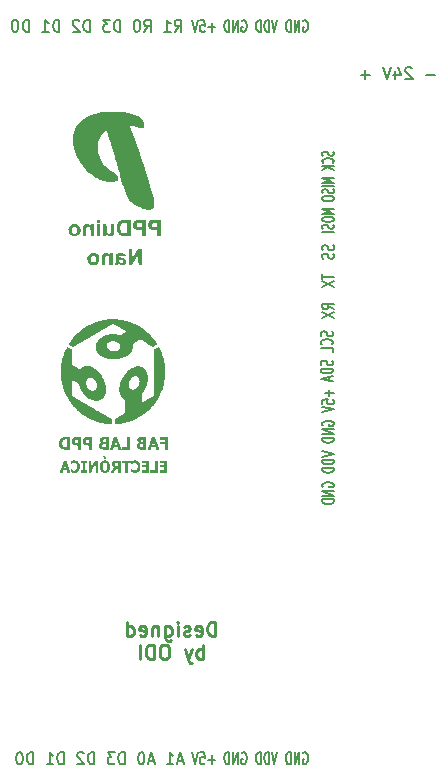
<source format=gbr>
%TF.GenerationSoftware,KiCad,Pcbnew,8.0.6*%
%TF.CreationDate,2025-08-05T17:05:13-05:00*%
%TF.ProjectId,PPDuino_Nano_Procesador,50504475-696e-46f5-9f4e-616e6f5f5072,rev?*%
%TF.SameCoordinates,Original*%
%TF.FileFunction,Legend,Bot*%
%TF.FilePolarity,Positive*%
%FSLAX46Y46*%
G04 Gerber Fmt 4.6, Leading zero omitted, Abs format (unit mm)*
G04 Created by KiCad (PCBNEW 8.0.6) date 2025-08-05 17:05:13*
%MOMM*%
%LPD*%
G01*
G04 APERTURE LIST*
%ADD10C,0.240000*%
%ADD11C,0.200000*%
%ADD12C,0.140000*%
%ADD13C,0.000000*%
G04 APERTURE END LIST*
D10*
X109042856Y-104308729D02*
X109042856Y-103108729D01*
X109042856Y-103108729D02*
X108757142Y-103108729D01*
X108757142Y-103108729D02*
X108585713Y-103165872D01*
X108585713Y-103165872D02*
X108471428Y-103280158D01*
X108471428Y-103280158D02*
X108414285Y-103394444D01*
X108414285Y-103394444D02*
X108357142Y-103623015D01*
X108357142Y-103623015D02*
X108357142Y-103794444D01*
X108357142Y-103794444D02*
X108414285Y-104023015D01*
X108414285Y-104023015D02*
X108471428Y-104137301D01*
X108471428Y-104137301D02*
X108585713Y-104251587D01*
X108585713Y-104251587D02*
X108757142Y-104308729D01*
X108757142Y-104308729D02*
X109042856Y-104308729D01*
X107385713Y-104251587D02*
X107499999Y-104308729D01*
X107499999Y-104308729D02*
X107728571Y-104308729D01*
X107728571Y-104308729D02*
X107842856Y-104251587D01*
X107842856Y-104251587D02*
X107899999Y-104137301D01*
X107899999Y-104137301D02*
X107899999Y-103680158D01*
X107899999Y-103680158D02*
X107842856Y-103565872D01*
X107842856Y-103565872D02*
X107728571Y-103508729D01*
X107728571Y-103508729D02*
X107499999Y-103508729D01*
X107499999Y-103508729D02*
X107385713Y-103565872D01*
X107385713Y-103565872D02*
X107328571Y-103680158D01*
X107328571Y-103680158D02*
X107328571Y-103794444D01*
X107328571Y-103794444D02*
X107899999Y-103908729D01*
X106871428Y-104251587D02*
X106757142Y-104308729D01*
X106757142Y-104308729D02*
X106528571Y-104308729D01*
X106528571Y-104308729D02*
X106414285Y-104251587D01*
X106414285Y-104251587D02*
X106357142Y-104137301D01*
X106357142Y-104137301D02*
X106357142Y-104080158D01*
X106357142Y-104080158D02*
X106414285Y-103965872D01*
X106414285Y-103965872D02*
X106528571Y-103908729D01*
X106528571Y-103908729D02*
X106700000Y-103908729D01*
X106700000Y-103908729D02*
X106814285Y-103851587D01*
X106814285Y-103851587D02*
X106871428Y-103737301D01*
X106871428Y-103737301D02*
X106871428Y-103680158D01*
X106871428Y-103680158D02*
X106814285Y-103565872D01*
X106814285Y-103565872D02*
X106700000Y-103508729D01*
X106700000Y-103508729D02*
X106528571Y-103508729D01*
X106528571Y-103508729D02*
X106414285Y-103565872D01*
X105842856Y-104308729D02*
X105842856Y-103508729D01*
X105842856Y-103108729D02*
X105899999Y-103165872D01*
X105899999Y-103165872D02*
X105842856Y-103223015D01*
X105842856Y-103223015D02*
X105785713Y-103165872D01*
X105785713Y-103165872D02*
X105842856Y-103108729D01*
X105842856Y-103108729D02*
X105842856Y-103223015D01*
X104757142Y-103508729D02*
X104757142Y-104480158D01*
X104757142Y-104480158D02*
X104814284Y-104594444D01*
X104814284Y-104594444D02*
X104871427Y-104651587D01*
X104871427Y-104651587D02*
X104985713Y-104708729D01*
X104985713Y-104708729D02*
X105157142Y-104708729D01*
X105157142Y-104708729D02*
X105271427Y-104651587D01*
X104757142Y-104251587D02*
X104871427Y-104308729D01*
X104871427Y-104308729D02*
X105099999Y-104308729D01*
X105099999Y-104308729D02*
X105214284Y-104251587D01*
X105214284Y-104251587D02*
X105271427Y-104194444D01*
X105271427Y-104194444D02*
X105328570Y-104080158D01*
X105328570Y-104080158D02*
X105328570Y-103737301D01*
X105328570Y-103737301D02*
X105271427Y-103623015D01*
X105271427Y-103623015D02*
X105214284Y-103565872D01*
X105214284Y-103565872D02*
X105099999Y-103508729D01*
X105099999Y-103508729D02*
X104871427Y-103508729D01*
X104871427Y-103508729D02*
X104757142Y-103565872D01*
X104185713Y-103508729D02*
X104185713Y-104308729D01*
X104185713Y-103623015D02*
X104128570Y-103565872D01*
X104128570Y-103565872D02*
X104014285Y-103508729D01*
X104014285Y-103508729D02*
X103842856Y-103508729D01*
X103842856Y-103508729D02*
X103728570Y-103565872D01*
X103728570Y-103565872D02*
X103671428Y-103680158D01*
X103671428Y-103680158D02*
X103671428Y-104308729D01*
X102642856Y-104251587D02*
X102757142Y-104308729D01*
X102757142Y-104308729D02*
X102985714Y-104308729D01*
X102985714Y-104308729D02*
X103099999Y-104251587D01*
X103099999Y-104251587D02*
X103157142Y-104137301D01*
X103157142Y-104137301D02*
X103157142Y-103680158D01*
X103157142Y-103680158D02*
X103099999Y-103565872D01*
X103099999Y-103565872D02*
X102985714Y-103508729D01*
X102985714Y-103508729D02*
X102757142Y-103508729D01*
X102757142Y-103508729D02*
X102642856Y-103565872D01*
X102642856Y-103565872D02*
X102585714Y-103680158D01*
X102585714Y-103680158D02*
X102585714Y-103794444D01*
X102585714Y-103794444D02*
X103157142Y-103908729D01*
X101557143Y-104308729D02*
X101557143Y-103108729D01*
X101557143Y-104251587D02*
X101671428Y-104308729D01*
X101671428Y-104308729D02*
X101900000Y-104308729D01*
X101900000Y-104308729D02*
X102014285Y-104251587D01*
X102014285Y-104251587D02*
X102071428Y-104194444D01*
X102071428Y-104194444D02*
X102128571Y-104080158D01*
X102128571Y-104080158D02*
X102128571Y-103737301D01*
X102128571Y-103737301D02*
X102071428Y-103623015D01*
X102071428Y-103623015D02*
X102014285Y-103565872D01*
X102014285Y-103565872D02*
X101900000Y-103508729D01*
X101900000Y-103508729D02*
X101671428Y-103508729D01*
X101671428Y-103508729D02*
X101557143Y-103565872D01*
X107985714Y-106240662D02*
X107985714Y-105040662D01*
X107985714Y-105497805D02*
X107871429Y-105440662D01*
X107871429Y-105440662D02*
X107642857Y-105440662D01*
X107642857Y-105440662D02*
X107528571Y-105497805D01*
X107528571Y-105497805D02*
X107471429Y-105554948D01*
X107471429Y-105554948D02*
X107414286Y-105669234D01*
X107414286Y-105669234D02*
X107414286Y-106012091D01*
X107414286Y-106012091D02*
X107471429Y-106126377D01*
X107471429Y-106126377D02*
X107528571Y-106183520D01*
X107528571Y-106183520D02*
X107642857Y-106240662D01*
X107642857Y-106240662D02*
X107871429Y-106240662D01*
X107871429Y-106240662D02*
X107985714Y-106183520D01*
X107014286Y-105440662D02*
X106728572Y-106240662D01*
X106442857Y-105440662D02*
X106728572Y-106240662D01*
X106728572Y-106240662D02*
X106842857Y-106526377D01*
X106842857Y-106526377D02*
X106900000Y-106583520D01*
X106900000Y-106583520D02*
X107014286Y-106640662D01*
X104842857Y-105040662D02*
X104614285Y-105040662D01*
X104614285Y-105040662D02*
X104500000Y-105097805D01*
X104500000Y-105097805D02*
X104385714Y-105212091D01*
X104385714Y-105212091D02*
X104328571Y-105440662D01*
X104328571Y-105440662D02*
X104328571Y-105840662D01*
X104328571Y-105840662D02*
X104385714Y-106069234D01*
X104385714Y-106069234D02*
X104500000Y-106183520D01*
X104500000Y-106183520D02*
X104614285Y-106240662D01*
X104614285Y-106240662D02*
X104842857Y-106240662D01*
X104842857Y-106240662D02*
X104957143Y-106183520D01*
X104957143Y-106183520D02*
X105071428Y-106069234D01*
X105071428Y-106069234D02*
X105128571Y-105840662D01*
X105128571Y-105840662D02*
X105128571Y-105440662D01*
X105128571Y-105440662D02*
X105071428Y-105212091D01*
X105071428Y-105212091D02*
X104957143Y-105097805D01*
X104957143Y-105097805D02*
X104842857Y-105040662D01*
X103814285Y-106240662D02*
X103814285Y-105040662D01*
X103814285Y-105040662D02*
X103528571Y-105040662D01*
X103528571Y-105040662D02*
X103357142Y-105097805D01*
X103357142Y-105097805D02*
X103242857Y-105212091D01*
X103242857Y-105212091D02*
X103185714Y-105326377D01*
X103185714Y-105326377D02*
X103128571Y-105554948D01*
X103128571Y-105554948D02*
X103128571Y-105726377D01*
X103128571Y-105726377D02*
X103185714Y-105954948D01*
X103185714Y-105954948D02*
X103242857Y-106069234D01*
X103242857Y-106069234D02*
X103357142Y-106183520D01*
X103357142Y-106183520D02*
X103528571Y-106240662D01*
X103528571Y-106240662D02*
X103814285Y-106240662D01*
X102614285Y-106240662D02*
X102614285Y-105040662D01*
D11*
X127630326Y-56786266D02*
X126868422Y-56786266D01*
X125677945Y-56262457D02*
X125630326Y-56214838D01*
X125630326Y-56214838D02*
X125535088Y-56167219D01*
X125535088Y-56167219D02*
X125296993Y-56167219D01*
X125296993Y-56167219D02*
X125201755Y-56214838D01*
X125201755Y-56214838D02*
X125154136Y-56262457D01*
X125154136Y-56262457D02*
X125106517Y-56357695D01*
X125106517Y-56357695D02*
X125106517Y-56452933D01*
X125106517Y-56452933D02*
X125154136Y-56595790D01*
X125154136Y-56595790D02*
X125725564Y-57167219D01*
X125725564Y-57167219D02*
X125106517Y-57167219D01*
X124249374Y-56500552D02*
X124249374Y-57167219D01*
X124487469Y-56119600D02*
X124725564Y-56833885D01*
X124725564Y-56833885D02*
X124106517Y-56833885D01*
X123868421Y-56167219D02*
X123535088Y-57167219D01*
X123535088Y-57167219D02*
X123201755Y-56167219D01*
X122106516Y-56786266D02*
X121344612Y-56786266D01*
X121725564Y-57167219D02*
X121725564Y-56405314D01*
D12*
X119022720Y-63306390D02*
X119070339Y-63392105D01*
X119070339Y-63392105D02*
X119070339Y-63534962D01*
X119070339Y-63534962D02*
X119022720Y-63592105D01*
X119022720Y-63592105D02*
X118975100Y-63620676D01*
X118975100Y-63620676D02*
X118879862Y-63649247D01*
X118879862Y-63649247D02*
X118784624Y-63649247D01*
X118784624Y-63649247D02*
X118689386Y-63620676D01*
X118689386Y-63620676D02*
X118641767Y-63592105D01*
X118641767Y-63592105D02*
X118594148Y-63534962D01*
X118594148Y-63534962D02*
X118546529Y-63420676D01*
X118546529Y-63420676D02*
X118498910Y-63363533D01*
X118498910Y-63363533D02*
X118451291Y-63334962D01*
X118451291Y-63334962D02*
X118356053Y-63306390D01*
X118356053Y-63306390D02*
X118260815Y-63306390D01*
X118260815Y-63306390D02*
X118165577Y-63334962D01*
X118165577Y-63334962D02*
X118117958Y-63363533D01*
X118117958Y-63363533D02*
X118070339Y-63420676D01*
X118070339Y-63420676D02*
X118070339Y-63563533D01*
X118070339Y-63563533D02*
X118117958Y-63649247D01*
X118975100Y-64249248D02*
X119022720Y-64220676D01*
X119022720Y-64220676D02*
X119070339Y-64134962D01*
X119070339Y-64134962D02*
X119070339Y-64077819D01*
X119070339Y-64077819D02*
X119022720Y-63992105D01*
X119022720Y-63992105D02*
X118927481Y-63934962D01*
X118927481Y-63934962D02*
X118832243Y-63906391D01*
X118832243Y-63906391D02*
X118641767Y-63877819D01*
X118641767Y-63877819D02*
X118498910Y-63877819D01*
X118498910Y-63877819D02*
X118308434Y-63906391D01*
X118308434Y-63906391D02*
X118213196Y-63934962D01*
X118213196Y-63934962D02*
X118117958Y-63992105D01*
X118117958Y-63992105D02*
X118070339Y-64077819D01*
X118070339Y-64077819D02*
X118070339Y-64134962D01*
X118070339Y-64134962D02*
X118117958Y-64220676D01*
X118117958Y-64220676D02*
X118165577Y-64249248D01*
X119070339Y-64506391D02*
X118070339Y-64506391D01*
X119070339Y-64849248D02*
X118498910Y-64592105D01*
X118070339Y-64849248D02*
X118641767Y-64506391D01*
X119070339Y-65563534D02*
X118070339Y-65563534D01*
X118070339Y-65563534D02*
X118784624Y-65763534D01*
X118784624Y-65763534D02*
X118070339Y-65963534D01*
X118070339Y-65963534D02*
X119070339Y-65963534D01*
X119070339Y-66249248D02*
X118070339Y-66249248D01*
X119022720Y-66506390D02*
X119070339Y-66592105D01*
X119070339Y-66592105D02*
X119070339Y-66734962D01*
X119070339Y-66734962D02*
X119022720Y-66792105D01*
X119022720Y-66792105D02*
X118975100Y-66820676D01*
X118975100Y-66820676D02*
X118879862Y-66849247D01*
X118879862Y-66849247D02*
X118784624Y-66849247D01*
X118784624Y-66849247D02*
X118689386Y-66820676D01*
X118689386Y-66820676D02*
X118641767Y-66792105D01*
X118641767Y-66792105D02*
X118594148Y-66734962D01*
X118594148Y-66734962D02*
X118546529Y-66620676D01*
X118546529Y-66620676D02*
X118498910Y-66563533D01*
X118498910Y-66563533D02*
X118451291Y-66534962D01*
X118451291Y-66534962D02*
X118356053Y-66506390D01*
X118356053Y-66506390D02*
X118260815Y-66506390D01*
X118260815Y-66506390D02*
X118165577Y-66534962D01*
X118165577Y-66534962D02*
X118117958Y-66563533D01*
X118117958Y-66563533D02*
X118070339Y-66620676D01*
X118070339Y-66620676D02*
X118070339Y-66763533D01*
X118070339Y-66763533D02*
X118117958Y-66849247D01*
X118070339Y-67220676D02*
X118070339Y-67334962D01*
X118070339Y-67334962D02*
X118117958Y-67392105D01*
X118117958Y-67392105D02*
X118213196Y-67449248D01*
X118213196Y-67449248D02*
X118403672Y-67477819D01*
X118403672Y-67477819D02*
X118737005Y-67477819D01*
X118737005Y-67477819D02*
X118927481Y-67449248D01*
X118927481Y-67449248D02*
X119022720Y-67392105D01*
X119022720Y-67392105D02*
X119070339Y-67334962D01*
X119070339Y-67334962D02*
X119070339Y-67220676D01*
X119070339Y-67220676D02*
X119022720Y-67163534D01*
X119022720Y-67163534D02*
X118927481Y-67106391D01*
X118927481Y-67106391D02*
X118737005Y-67077819D01*
X118737005Y-67077819D02*
X118403672Y-67077819D01*
X118403672Y-67077819D02*
X118213196Y-67106391D01*
X118213196Y-67106391D02*
X118117958Y-67163534D01*
X118117958Y-67163534D02*
X118070339Y-67220676D01*
X119070339Y-68192105D02*
X118070339Y-68192105D01*
X118070339Y-68192105D02*
X118784624Y-68392105D01*
X118784624Y-68392105D02*
X118070339Y-68592105D01*
X118070339Y-68592105D02*
X119070339Y-68592105D01*
X118070339Y-68992104D02*
X118070339Y-69106390D01*
X118070339Y-69106390D02*
X118117958Y-69163533D01*
X118117958Y-69163533D02*
X118213196Y-69220676D01*
X118213196Y-69220676D02*
X118403672Y-69249247D01*
X118403672Y-69249247D02*
X118737005Y-69249247D01*
X118737005Y-69249247D02*
X118927481Y-69220676D01*
X118927481Y-69220676D02*
X119022720Y-69163533D01*
X119022720Y-69163533D02*
X119070339Y-69106390D01*
X119070339Y-69106390D02*
X119070339Y-68992104D01*
X119070339Y-68992104D02*
X119022720Y-68934962D01*
X119022720Y-68934962D02*
X118927481Y-68877819D01*
X118927481Y-68877819D02*
X118737005Y-68849247D01*
X118737005Y-68849247D02*
X118403672Y-68849247D01*
X118403672Y-68849247D02*
X118213196Y-68877819D01*
X118213196Y-68877819D02*
X118117958Y-68934962D01*
X118117958Y-68934962D02*
X118070339Y-68992104D01*
X119022720Y-69477818D02*
X119070339Y-69563533D01*
X119070339Y-69563533D02*
X119070339Y-69706390D01*
X119070339Y-69706390D02*
X119022720Y-69763533D01*
X119022720Y-69763533D02*
X118975100Y-69792104D01*
X118975100Y-69792104D02*
X118879862Y-69820675D01*
X118879862Y-69820675D02*
X118784624Y-69820675D01*
X118784624Y-69820675D02*
X118689386Y-69792104D01*
X118689386Y-69792104D02*
X118641767Y-69763533D01*
X118641767Y-69763533D02*
X118594148Y-69706390D01*
X118594148Y-69706390D02*
X118546529Y-69592104D01*
X118546529Y-69592104D02*
X118498910Y-69534961D01*
X118498910Y-69534961D02*
X118451291Y-69506390D01*
X118451291Y-69506390D02*
X118356053Y-69477818D01*
X118356053Y-69477818D02*
X118260815Y-69477818D01*
X118260815Y-69477818D02*
X118165577Y-69506390D01*
X118165577Y-69506390D02*
X118117958Y-69534961D01*
X118117958Y-69534961D02*
X118070339Y-69592104D01*
X118070339Y-69592104D02*
X118070339Y-69734961D01*
X118070339Y-69734961D02*
X118117958Y-69820675D01*
X119070339Y-70077819D02*
X118070339Y-70077819D01*
X119022720Y-71233057D02*
X119070339Y-71338771D01*
X119070339Y-71338771D02*
X119070339Y-71514962D01*
X119070339Y-71514962D02*
X119022720Y-71585438D01*
X119022720Y-71585438D02*
X118975100Y-71620676D01*
X118975100Y-71620676D02*
X118879862Y-71655914D01*
X118879862Y-71655914D02*
X118784624Y-71655914D01*
X118784624Y-71655914D02*
X118689386Y-71620676D01*
X118689386Y-71620676D02*
X118641767Y-71585438D01*
X118641767Y-71585438D02*
X118594148Y-71514962D01*
X118594148Y-71514962D02*
X118546529Y-71374009D01*
X118546529Y-71374009D02*
X118498910Y-71303533D01*
X118498910Y-71303533D02*
X118451291Y-71268295D01*
X118451291Y-71268295D02*
X118356053Y-71233057D01*
X118356053Y-71233057D02*
X118260815Y-71233057D01*
X118260815Y-71233057D02*
X118165577Y-71268295D01*
X118165577Y-71268295D02*
X118117958Y-71303533D01*
X118117958Y-71303533D02*
X118070339Y-71374009D01*
X118070339Y-71374009D02*
X118070339Y-71550200D01*
X118070339Y-71550200D02*
X118117958Y-71655914D01*
X119022720Y-71937819D02*
X119070339Y-72043533D01*
X119070339Y-72043533D02*
X119070339Y-72219724D01*
X119070339Y-72219724D02*
X119022720Y-72290200D01*
X119022720Y-72290200D02*
X118975100Y-72325438D01*
X118975100Y-72325438D02*
X118879862Y-72360676D01*
X118879862Y-72360676D02*
X118784624Y-72360676D01*
X118784624Y-72360676D02*
X118689386Y-72325438D01*
X118689386Y-72325438D02*
X118641767Y-72290200D01*
X118641767Y-72290200D02*
X118594148Y-72219724D01*
X118594148Y-72219724D02*
X118546529Y-72078771D01*
X118546529Y-72078771D02*
X118498910Y-72008295D01*
X118498910Y-72008295D02*
X118451291Y-71973057D01*
X118451291Y-71973057D02*
X118356053Y-71937819D01*
X118356053Y-71937819D02*
X118260815Y-71937819D01*
X118260815Y-71937819D02*
X118165577Y-71973057D01*
X118165577Y-71973057D02*
X118117958Y-72008295D01*
X118117958Y-72008295D02*
X118070339Y-72078771D01*
X118070339Y-72078771D02*
X118070339Y-72254962D01*
X118070339Y-72254962D02*
X118117958Y-72360676D01*
X118070339Y-73699725D02*
X118070339Y-74122582D01*
X119070339Y-73911153D02*
X118070339Y-73911153D01*
X118070339Y-74298773D02*
X119070339Y-74792106D01*
X118070339Y-74792106D02*
X119070339Y-74298773D01*
X119070339Y-76624488D02*
X118594148Y-76377821D01*
X119070339Y-76201631D02*
X118070339Y-76201631D01*
X118070339Y-76201631D02*
X118070339Y-76483536D01*
X118070339Y-76483536D02*
X118117958Y-76554012D01*
X118117958Y-76554012D02*
X118165577Y-76589250D01*
X118165577Y-76589250D02*
X118260815Y-76624488D01*
X118260815Y-76624488D02*
X118403672Y-76624488D01*
X118403672Y-76624488D02*
X118498910Y-76589250D01*
X118498910Y-76589250D02*
X118546529Y-76554012D01*
X118546529Y-76554012D02*
X118594148Y-76483536D01*
X118594148Y-76483536D02*
X118594148Y-76201631D01*
X118070339Y-76871155D02*
X119070339Y-77364488D01*
X118070339Y-77364488D02*
X119070339Y-76871155D01*
X118922720Y-78525438D02*
X118970339Y-78625438D01*
X118970339Y-78625438D02*
X118970339Y-78792105D01*
X118970339Y-78792105D02*
X118922720Y-78858771D01*
X118922720Y-78858771D02*
X118875100Y-78892105D01*
X118875100Y-78892105D02*
X118779862Y-78925438D01*
X118779862Y-78925438D02*
X118684624Y-78925438D01*
X118684624Y-78925438D02*
X118589386Y-78892105D01*
X118589386Y-78892105D02*
X118541767Y-78858771D01*
X118541767Y-78858771D02*
X118494148Y-78792105D01*
X118494148Y-78792105D02*
X118446529Y-78658771D01*
X118446529Y-78658771D02*
X118398910Y-78592105D01*
X118398910Y-78592105D02*
X118351291Y-78558771D01*
X118351291Y-78558771D02*
X118256053Y-78525438D01*
X118256053Y-78525438D02*
X118160815Y-78525438D01*
X118160815Y-78525438D02*
X118065577Y-78558771D01*
X118065577Y-78558771D02*
X118017958Y-78592105D01*
X118017958Y-78592105D02*
X117970339Y-78658771D01*
X117970339Y-78658771D02*
X117970339Y-78825438D01*
X117970339Y-78825438D02*
X118017958Y-78925438D01*
X118875100Y-79625438D02*
X118922720Y-79592105D01*
X118922720Y-79592105D02*
X118970339Y-79492105D01*
X118970339Y-79492105D02*
X118970339Y-79425438D01*
X118970339Y-79425438D02*
X118922720Y-79325438D01*
X118922720Y-79325438D02*
X118827481Y-79258772D01*
X118827481Y-79258772D02*
X118732243Y-79225438D01*
X118732243Y-79225438D02*
X118541767Y-79192105D01*
X118541767Y-79192105D02*
X118398910Y-79192105D01*
X118398910Y-79192105D02*
X118208434Y-79225438D01*
X118208434Y-79225438D02*
X118113196Y-79258772D01*
X118113196Y-79258772D02*
X118017958Y-79325438D01*
X118017958Y-79325438D02*
X117970339Y-79425438D01*
X117970339Y-79425438D02*
X117970339Y-79492105D01*
X117970339Y-79492105D02*
X118017958Y-79592105D01*
X118017958Y-79592105D02*
X118065577Y-79625438D01*
X118970339Y-80258772D02*
X118970339Y-79925438D01*
X118970339Y-79925438D02*
X117970339Y-79925438D01*
X118922720Y-80992105D02*
X118970339Y-81092105D01*
X118970339Y-81092105D02*
X118970339Y-81258772D01*
X118970339Y-81258772D02*
X118922720Y-81325438D01*
X118922720Y-81325438D02*
X118875100Y-81358772D01*
X118875100Y-81358772D02*
X118779862Y-81392105D01*
X118779862Y-81392105D02*
X118684624Y-81392105D01*
X118684624Y-81392105D02*
X118589386Y-81358772D01*
X118589386Y-81358772D02*
X118541767Y-81325438D01*
X118541767Y-81325438D02*
X118494148Y-81258772D01*
X118494148Y-81258772D02*
X118446529Y-81125438D01*
X118446529Y-81125438D02*
X118398910Y-81058772D01*
X118398910Y-81058772D02*
X118351291Y-81025438D01*
X118351291Y-81025438D02*
X118256053Y-80992105D01*
X118256053Y-80992105D02*
X118160815Y-80992105D01*
X118160815Y-80992105D02*
X118065577Y-81025438D01*
X118065577Y-81025438D02*
X118017958Y-81058772D01*
X118017958Y-81058772D02*
X117970339Y-81125438D01*
X117970339Y-81125438D02*
X117970339Y-81292105D01*
X117970339Y-81292105D02*
X118017958Y-81392105D01*
X118970339Y-81692105D02*
X117970339Y-81692105D01*
X117970339Y-81692105D02*
X117970339Y-81858772D01*
X117970339Y-81858772D02*
X118017958Y-81958772D01*
X118017958Y-81958772D02*
X118113196Y-82025439D01*
X118113196Y-82025439D02*
X118208434Y-82058772D01*
X118208434Y-82058772D02*
X118398910Y-82092105D01*
X118398910Y-82092105D02*
X118541767Y-82092105D01*
X118541767Y-82092105D02*
X118732243Y-82058772D01*
X118732243Y-82058772D02*
X118827481Y-82025439D01*
X118827481Y-82025439D02*
X118922720Y-81958772D01*
X118922720Y-81958772D02*
X118970339Y-81858772D01*
X118970339Y-81858772D02*
X118970339Y-81692105D01*
X118684624Y-82358772D02*
X118684624Y-82692105D01*
X118970339Y-82292105D02*
X117970339Y-82525439D01*
X117970339Y-82525439D02*
X118970339Y-82758772D01*
X118689386Y-83458771D02*
X118689386Y-83992105D01*
X119070339Y-83725438D02*
X118308434Y-83725438D01*
X118070339Y-84658772D02*
X118070339Y-84325438D01*
X118070339Y-84325438D02*
X118546529Y-84292105D01*
X118546529Y-84292105D02*
X118498910Y-84325438D01*
X118498910Y-84325438D02*
X118451291Y-84392105D01*
X118451291Y-84392105D02*
X118451291Y-84558772D01*
X118451291Y-84558772D02*
X118498910Y-84625438D01*
X118498910Y-84625438D02*
X118546529Y-84658772D01*
X118546529Y-84658772D02*
X118641767Y-84692105D01*
X118641767Y-84692105D02*
X118879862Y-84692105D01*
X118879862Y-84692105D02*
X118975100Y-84658772D01*
X118975100Y-84658772D02*
X119022720Y-84625438D01*
X119022720Y-84625438D02*
X119070339Y-84558772D01*
X119070339Y-84558772D02*
X119070339Y-84392105D01*
X119070339Y-84392105D02*
X119022720Y-84325438D01*
X119022720Y-84325438D02*
X118975100Y-84292105D01*
X118070339Y-84892105D02*
X119070339Y-85125439D01*
X119070339Y-85125439D02*
X118070339Y-85358772D01*
X118117958Y-86492105D02*
X118070339Y-86425438D01*
X118070339Y-86425438D02*
X118070339Y-86325438D01*
X118070339Y-86325438D02*
X118117958Y-86225438D01*
X118117958Y-86225438D02*
X118213196Y-86158772D01*
X118213196Y-86158772D02*
X118308434Y-86125438D01*
X118308434Y-86125438D02*
X118498910Y-86092105D01*
X118498910Y-86092105D02*
X118641767Y-86092105D01*
X118641767Y-86092105D02*
X118832243Y-86125438D01*
X118832243Y-86125438D02*
X118927481Y-86158772D01*
X118927481Y-86158772D02*
X119022720Y-86225438D01*
X119022720Y-86225438D02*
X119070339Y-86325438D01*
X119070339Y-86325438D02*
X119070339Y-86392105D01*
X119070339Y-86392105D02*
X119022720Y-86492105D01*
X119022720Y-86492105D02*
X118975100Y-86525438D01*
X118975100Y-86525438D02*
X118641767Y-86525438D01*
X118641767Y-86525438D02*
X118641767Y-86392105D01*
X119070339Y-86825438D02*
X118070339Y-86825438D01*
X118070339Y-86825438D02*
X119070339Y-87225438D01*
X119070339Y-87225438D02*
X118070339Y-87225438D01*
X119070339Y-87558771D02*
X118070339Y-87558771D01*
X118070339Y-87558771D02*
X118070339Y-87725438D01*
X118070339Y-87725438D02*
X118117958Y-87825438D01*
X118117958Y-87825438D02*
X118213196Y-87892105D01*
X118213196Y-87892105D02*
X118308434Y-87925438D01*
X118308434Y-87925438D02*
X118498910Y-87958771D01*
X118498910Y-87958771D02*
X118641767Y-87958771D01*
X118641767Y-87958771D02*
X118832243Y-87925438D01*
X118832243Y-87925438D02*
X118927481Y-87892105D01*
X118927481Y-87892105D02*
X119022720Y-87825438D01*
X119022720Y-87825438D02*
X119070339Y-87725438D01*
X119070339Y-87725438D02*
X119070339Y-87558771D01*
X118070339Y-88692104D02*
X119070339Y-88925438D01*
X119070339Y-88925438D02*
X118070339Y-89158771D01*
X119070339Y-89392104D02*
X118070339Y-89392104D01*
X118070339Y-89392104D02*
X118070339Y-89558771D01*
X118070339Y-89558771D02*
X118117958Y-89658771D01*
X118117958Y-89658771D02*
X118213196Y-89725438D01*
X118213196Y-89725438D02*
X118308434Y-89758771D01*
X118308434Y-89758771D02*
X118498910Y-89792104D01*
X118498910Y-89792104D02*
X118641767Y-89792104D01*
X118641767Y-89792104D02*
X118832243Y-89758771D01*
X118832243Y-89758771D02*
X118927481Y-89725438D01*
X118927481Y-89725438D02*
X119022720Y-89658771D01*
X119022720Y-89658771D02*
X119070339Y-89558771D01*
X119070339Y-89558771D02*
X119070339Y-89392104D01*
X119070339Y-90092104D02*
X118070339Y-90092104D01*
X118070339Y-90092104D02*
X118070339Y-90258771D01*
X118070339Y-90258771D02*
X118117958Y-90358771D01*
X118117958Y-90358771D02*
X118213196Y-90425438D01*
X118213196Y-90425438D02*
X118308434Y-90458771D01*
X118308434Y-90458771D02*
X118498910Y-90492104D01*
X118498910Y-90492104D02*
X118641767Y-90492104D01*
X118641767Y-90492104D02*
X118832243Y-90458771D01*
X118832243Y-90458771D02*
X118927481Y-90425438D01*
X118927481Y-90425438D02*
X119022720Y-90358771D01*
X119022720Y-90358771D02*
X119070339Y-90258771D01*
X119070339Y-90258771D02*
X119070339Y-90092104D01*
X118117958Y-91692104D02*
X118070339Y-91625437D01*
X118070339Y-91625437D02*
X118070339Y-91525437D01*
X118070339Y-91525437D02*
X118117958Y-91425437D01*
X118117958Y-91425437D02*
X118213196Y-91358771D01*
X118213196Y-91358771D02*
X118308434Y-91325437D01*
X118308434Y-91325437D02*
X118498910Y-91292104D01*
X118498910Y-91292104D02*
X118641767Y-91292104D01*
X118641767Y-91292104D02*
X118832243Y-91325437D01*
X118832243Y-91325437D02*
X118927481Y-91358771D01*
X118927481Y-91358771D02*
X119022720Y-91425437D01*
X119022720Y-91425437D02*
X119070339Y-91525437D01*
X119070339Y-91525437D02*
X119070339Y-91592104D01*
X119070339Y-91592104D02*
X119022720Y-91692104D01*
X119022720Y-91692104D02*
X118975100Y-91725437D01*
X118975100Y-91725437D02*
X118641767Y-91725437D01*
X118641767Y-91725437D02*
X118641767Y-91592104D01*
X119070339Y-92025437D02*
X118070339Y-92025437D01*
X118070339Y-92025437D02*
X119070339Y-92425437D01*
X119070339Y-92425437D02*
X118070339Y-92425437D01*
X119070339Y-92758770D02*
X118070339Y-92758770D01*
X118070339Y-92758770D02*
X118070339Y-92925437D01*
X118070339Y-92925437D02*
X118117958Y-93025437D01*
X118117958Y-93025437D02*
X118213196Y-93092104D01*
X118213196Y-93092104D02*
X118308434Y-93125437D01*
X118308434Y-93125437D02*
X118498910Y-93158770D01*
X118498910Y-93158770D02*
X118641767Y-93158770D01*
X118641767Y-93158770D02*
X118832243Y-93125437D01*
X118832243Y-93125437D02*
X118927481Y-93092104D01*
X118927481Y-93092104D02*
X119022720Y-93025437D01*
X119022720Y-93025437D02*
X119070339Y-92925437D01*
X119070339Y-92925437D02*
X119070339Y-92758770D01*
X116474561Y-114217958D02*
X116541228Y-114170339D01*
X116541228Y-114170339D02*
X116641228Y-114170339D01*
X116641228Y-114170339D02*
X116741228Y-114217958D01*
X116741228Y-114217958D02*
X116807895Y-114313196D01*
X116807895Y-114313196D02*
X116841228Y-114408434D01*
X116841228Y-114408434D02*
X116874561Y-114598910D01*
X116874561Y-114598910D02*
X116874561Y-114741767D01*
X116874561Y-114741767D02*
X116841228Y-114932243D01*
X116841228Y-114932243D02*
X116807895Y-115027481D01*
X116807895Y-115027481D02*
X116741228Y-115122720D01*
X116741228Y-115122720D02*
X116641228Y-115170339D01*
X116641228Y-115170339D02*
X116574561Y-115170339D01*
X116574561Y-115170339D02*
X116474561Y-115122720D01*
X116474561Y-115122720D02*
X116441228Y-115075100D01*
X116441228Y-115075100D02*
X116441228Y-114741767D01*
X116441228Y-114741767D02*
X116574561Y-114741767D01*
X116141228Y-115170339D02*
X116141228Y-114170339D01*
X116141228Y-114170339D02*
X115741228Y-115170339D01*
X115741228Y-115170339D02*
X115741228Y-114170339D01*
X115407895Y-115170339D02*
X115407895Y-114170339D01*
X115407895Y-114170339D02*
X115241228Y-114170339D01*
X115241228Y-114170339D02*
X115141228Y-114217958D01*
X115141228Y-114217958D02*
X115074562Y-114313196D01*
X115074562Y-114313196D02*
X115041228Y-114408434D01*
X115041228Y-114408434D02*
X115007895Y-114598910D01*
X115007895Y-114598910D02*
X115007895Y-114741767D01*
X115007895Y-114741767D02*
X115041228Y-114932243D01*
X115041228Y-114932243D02*
X115074562Y-115027481D01*
X115074562Y-115027481D02*
X115141228Y-115122720D01*
X115141228Y-115122720D02*
X115241228Y-115170339D01*
X115241228Y-115170339D02*
X115407895Y-115170339D01*
X114274562Y-114170339D02*
X114041229Y-115170339D01*
X114041229Y-115170339D02*
X113807895Y-114170339D01*
X113574562Y-115170339D02*
X113574562Y-114170339D01*
X113574562Y-114170339D02*
X113407895Y-114170339D01*
X113407895Y-114170339D02*
X113307895Y-114217958D01*
X113307895Y-114217958D02*
X113241229Y-114313196D01*
X113241229Y-114313196D02*
X113207895Y-114408434D01*
X113207895Y-114408434D02*
X113174562Y-114598910D01*
X113174562Y-114598910D02*
X113174562Y-114741767D01*
X113174562Y-114741767D02*
X113207895Y-114932243D01*
X113207895Y-114932243D02*
X113241229Y-115027481D01*
X113241229Y-115027481D02*
X113307895Y-115122720D01*
X113307895Y-115122720D02*
X113407895Y-115170339D01*
X113407895Y-115170339D02*
X113574562Y-115170339D01*
X112874562Y-115170339D02*
X112874562Y-114170339D01*
X112874562Y-114170339D02*
X112707895Y-114170339D01*
X112707895Y-114170339D02*
X112607895Y-114217958D01*
X112607895Y-114217958D02*
X112541229Y-114313196D01*
X112541229Y-114313196D02*
X112507895Y-114408434D01*
X112507895Y-114408434D02*
X112474562Y-114598910D01*
X112474562Y-114598910D02*
X112474562Y-114741767D01*
X112474562Y-114741767D02*
X112507895Y-114932243D01*
X112507895Y-114932243D02*
X112541229Y-115027481D01*
X112541229Y-115027481D02*
X112607895Y-115122720D01*
X112607895Y-115122720D02*
X112707895Y-115170339D01*
X112707895Y-115170339D02*
X112874562Y-115170339D01*
X111274562Y-114217958D02*
X111341229Y-114170339D01*
X111341229Y-114170339D02*
X111441229Y-114170339D01*
X111441229Y-114170339D02*
X111541229Y-114217958D01*
X111541229Y-114217958D02*
X111607896Y-114313196D01*
X111607896Y-114313196D02*
X111641229Y-114408434D01*
X111641229Y-114408434D02*
X111674562Y-114598910D01*
X111674562Y-114598910D02*
X111674562Y-114741767D01*
X111674562Y-114741767D02*
X111641229Y-114932243D01*
X111641229Y-114932243D02*
X111607896Y-115027481D01*
X111607896Y-115027481D02*
X111541229Y-115122720D01*
X111541229Y-115122720D02*
X111441229Y-115170339D01*
X111441229Y-115170339D02*
X111374562Y-115170339D01*
X111374562Y-115170339D02*
X111274562Y-115122720D01*
X111274562Y-115122720D02*
X111241229Y-115075100D01*
X111241229Y-115075100D02*
X111241229Y-114741767D01*
X111241229Y-114741767D02*
X111374562Y-114741767D01*
X110941229Y-115170339D02*
X110941229Y-114170339D01*
X110941229Y-114170339D02*
X110541229Y-115170339D01*
X110541229Y-115170339D02*
X110541229Y-114170339D01*
X110207896Y-115170339D02*
X110207896Y-114170339D01*
X110207896Y-114170339D02*
X110041229Y-114170339D01*
X110041229Y-114170339D02*
X109941229Y-114217958D01*
X109941229Y-114217958D02*
X109874563Y-114313196D01*
X109874563Y-114313196D02*
X109841229Y-114408434D01*
X109841229Y-114408434D02*
X109807896Y-114598910D01*
X109807896Y-114598910D02*
X109807896Y-114741767D01*
X109807896Y-114741767D02*
X109841229Y-114932243D01*
X109841229Y-114932243D02*
X109874563Y-115027481D01*
X109874563Y-115027481D02*
X109941229Y-115122720D01*
X109941229Y-115122720D02*
X110041229Y-115170339D01*
X110041229Y-115170339D02*
X110207896Y-115170339D01*
X108974563Y-114789386D02*
X108441230Y-114789386D01*
X108707896Y-115170339D02*
X108707896Y-114408434D01*
X107774563Y-114170339D02*
X108107896Y-114170339D01*
X108107896Y-114170339D02*
X108141229Y-114646529D01*
X108141229Y-114646529D02*
X108107896Y-114598910D01*
X108107896Y-114598910D02*
X108041229Y-114551291D01*
X108041229Y-114551291D02*
X107874563Y-114551291D01*
X107874563Y-114551291D02*
X107807896Y-114598910D01*
X107807896Y-114598910D02*
X107774563Y-114646529D01*
X107774563Y-114646529D02*
X107741229Y-114741767D01*
X107741229Y-114741767D02*
X107741229Y-114979862D01*
X107741229Y-114979862D02*
X107774563Y-115075100D01*
X107774563Y-115075100D02*
X107807896Y-115122720D01*
X107807896Y-115122720D02*
X107874563Y-115170339D01*
X107874563Y-115170339D02*
X108041229Y-115170339D01*
X108041229Y-115170339D02*
X108107896Y-115122720D01*
X108107896Y-115122720D02*
X108141229Y-115075100D01*
X107541229Y-114170339D02*
X107307896Y-115170339D01*
X107307896Y-115170339D02*
X107074562Y-114170339D01*
D11*
X106287469Y-114881504D02*
X105835088Y-114881504D01*
X106377945Y-115167219D02*
X106061279Y-114167219D01*
X106061279Y-114167219D02*
X105744612Y-115167219D01*
X104930326Y-115167219D02*
X105473183Y-115167219D01*
X105201755Y-115167219D02*
X105201755Y-114167219D01*
X105201755Y-114167219D02*
X105292231Y-114310076D01*
X105292231Y-114310076D02*
X105382707Y-114405314D01*
X105382707Y-114405314D02*
X105473183Y-114452933D01*
X103844611Y-114881504D02*
X103392230Y-114881504D01*
X103935087Y-115167219D02*
X103618421Y-114167219D01*
X103618421Y-114167219D02*
X103301754Y-115167219D01*
X102804135Y-114167219D02*
X102713658Y-114167219D01*
X102713658Y-114167219D02*
X102623182Y-114214838D01*
X102623182Y-114214838D02*
X102577944Y-114262457D01*
X102577944Y-114262457D02*
X102532706Y-114357695D01*
X102532706Y-114357695D02*
X102487468Y-114548171D01*
X102487468Y-114548171D02*
X102487468Y-114786266D01*
X102487468Y-114786266D02*
X102532706Y-114976742D01*
X102532706Y-114976742D02*
X102577944Y-115071980D01*
X102577944Y-115071980D02*
X102623182Y-115119600D01*
X102623182Y-115119600D02*
X102713658Y-115167219D01*
X102713658Y-115167219D02*
X102804135Y-115167219D01*
X102804135Y-115167219D02*
X102894611Y-115119600D01*
X102894611Y-115119600D02*
X102939849Y-115071980D01*
X102939849Y-115071980D02*
X102985087Y-114976742D01*
X102985087Y-114976742D02*
X103030325Y-114786266D01*
X103030325Y-114786266D02*
X103030325Y-114548171D01*
X103030325Y-114548171D02*
X102985087Y-114357695D01*
X102985087Y-114357695D02*
X102939849Y-114262457D01*
X102939849Y-114262457D02*
X102894611Y-114214838D01*
X102894611Y-114214838D02*
X102804135Y-114167219D01*
X101356515Y-115167219D02*
X101356515Y-114167219D01*
X101356515Y-114167219D02*
X101130325Y-114167219D01*
X101130325Y-114167219D02*
X100994610Y-114214838D01*
X100994610Y-114214838D02*
X100904134Y-114310076D01*
X100904134Y-114310076D02*
X100858896Y-114405314D01*
X100858896Y-114405314D02*
X100813658Y-114595790D01*
X100813658Y-114595790D02*
X100813658Y-114738647D01*
X100813658Y-114738647D02*
X100858896Y-114929123D01*
X100858896Y-114929123D02*
X100904134Y-115024361D01*
X100904134Y-115024361D02*
X100994610Y-115119600D01*
X100994610Y-115119600D02*
X101130325Y-115167219D01*
X101130325Y-115167219D02*
X101356515Y-115167219D01*
X100496991Y-114167219D02*
X99908896Y-114167219D01*
X99908896Y-114167219D02*
X100225563Y-114548171D01*
X100225563Y-114548171D02*
X100089848Y-114548171D01*
X100089848Y-114548171D02*
X99999372Y-114595790D01*
X99999372Y-114595790D02*
X99954134Y-114643409D01*
X99954134Y-114643409D02*
X99908896Y-114738647D01*
X99908896Y-114738647D02*
X99908896Y-114976742D01*
X99908896Y-114976742D02*
X99954134Y-115071980D01*
X99954134Y-115071980D02*
X99999372Y-115119600D01*
X99999372Y-115119600D02*
X100089848Y-115167219D01*
X100089848Y-115167219D02*
X100361277Y-115167219D01*
X100361277Y-115167219D02*
X100451753Y-115119600D01*
X100451753Y-115119600D02*
X100496991Y-115071980D01*
X98777943Y-115167219D02*
X98777943Y-114167219D01*
X98777943Y-114167219D02*
X98551753Y-114167219D01*
X98551753Y-114167219D02*
X98416038Y-114214838D01*
X98416038Y-114214838D02*
X98325562Y-114310076D01*
X98325562Y-114310076D02*
X98280324Y-114405314D01*
X98280324Y-114405314D02*
X98235086Y-114595790D01*
X98235086Y-114595790D02*
X98235086Y-114738647D01*
X98235086Y-114738647D02*
X98280324Y-114929123D01*
X98280324Y-114929123D02*
X98325562Y-115024361D01*
X98325562Y-115024361D02*
X98416038Y-115119600D01*
X98416038Y-115119600D02*
X98551753Y-115167219D01*
X98551753Y-115167219D02*
X98777943Y-115167219D01*
X97873181Y-114262457D02*
X97827943Y-114214838D01*
X97827943Y-114214838D02*
X97737467Y-114167219D01*
X97737467Y-114167219D02*
X97511276Y-114167219D01*
X97511276Y-114167219D02*
X97420800Y-114214838D01*
X97420800Y-114214838D02*
X97375562Y-114262457D01*
X97375562Y-114262457D02*
X97330324Y-114357695D01*
X97330324Y-114357695D02*
X97330324Y-114452933D01*
X97330324Y-114452933D02*
X97375562Y-114595790D01*
X97375562Y-114595790D02*
X97918419Y-115167219D01*
X97918419Y-115167219D02*
X97330324Y-115167219D01*
X96199371Y-115167219D02*
X96199371Y-114167219D01*
X96199371Y-114167219D02*
X95973181Y-114167219D01*
X95973181Y-114167219D02*
X95837466Y-114214838D01*
X95837466Y-114214838D02*
X95746990Y-114310076D01*
X95746990Y-114310076D02*
X95701752Y-114405314D01*
X95701752Y-114405314D02*
X95656514Y-114595790D01*
X95656514Y-114595790D02*
X95656514Y-114738647D01*
X95656514Y-114738647D02*
X95701752Y-114929123D01*
X95701752Y-114929123D02*
X95746990Y-115024361D01*
X95746990Y-115024361D02*
X95837466Y-115119600D01*
X95837466Y-115119600D02*
X95973181Y-115167219D01*
X95973181Y-115167219D02*
X96199371Y-115167219D01*
X94751752Y-115167219D02*
X95294609Y-115167219D01*
X95023181Y-115167219D02*
X95023181Y-114167219D01*
X95023181Y-114167219D02*
X95113657Y-114310076D01*
X95113657Y-114310076D02*
X95204133Y-114405314D01*
X95204133Y-114405314D02*
X95294609Y-114452933D01*
X93620799Y-115167219D02*
X93620799Y-114167219D01*
X93620799Y-114167219D02*
X93394609Y-114167219D01*
X93394609Y-114167219D02*
X93258894Y-114214838D01*
X93258894Y-114214838D02*
X93168418Y-114310076D01*
X93168418Y-114310076D02*
X93123180Y-114405314D01*
X93123180Y-114405314D02*
X93077942Y-114595790D01*
X93077942Y-114595790D02*
X93077942Y-114738647D01*
X93077942Y-114738647D02*
X93123180Y-114929123D01*
X93123180Y-114929123D02*
X93168418Y-115024361D01*
X93168418Y-115024361D02*
X93258894Y-115119600D01*
X93258894Y-115119600D02*
X93394609Y-115167219D01*
X93394609Y-115167219D02*
X93620799Y-115167219D01*
X92489847Y-114167219D02*
X92399370Y-114167219D01*
X92399370Y-114167219D02*
X92308894Y-114214838D01*
X92308894Y-114214838D02*
X92263656Y-114262457D01*
X92263656Y-114262457D02*
X92218418Y-114357695D01*
X92218418Y-114357695D02*
X92173180Y-114548171D01*
X92173180Y-114548171D02*
X92173180Y-114786266D01*
X92173180Y-114786266D02*
X92218418Y-114976742D01*
X92218418Y-114976742D02*
X92263656Y-115071980D01*
X92263656Y-115071980D02*
X92308894Y-115119600D01*
X92308894Y-115119600D02*
X92399370Y-115167219D01*
X92399370Y-115167219D02*
X92489847Y-115167219D01*
X92489847Y-115167219D02*
X92580323Y-115119600D01*
X92580323Y-115119600D02*
X92625561Y-115071980D01*
X92625561Y-115071980D02*
X92670799Y-114976742D01*
X92670799Y-114976742D02*
X92716037Y-114786266D01*
X92716037Y-114786266D02*
X92716037Y-114548171D01*
X92716037Y-114548171D02*
X92670799Y-114357695D01*
X92670799Y-114357695D02*
X92625561Y-114262457D01*
X92625561Y-114262457D02*
X92580323Y-114214838D01*
X92580323Y-114214838D02*
X92489847Y-114167219D01*
D12*
X116474561Y-52217958D02*
X116541228Y-52170339D01*
X116541228Y-52170339D02*
X116641228Y-52170339D01*
X116641228Y-52170339D02*
X116741228Y-52217958D01*
X116741228Y-52217958D02*
X116807895Y-52313196D01*
X116807895Y-52313196D02*
X116841228Y-52408434D01*
X116841228Y-52408434D02*
X116874561Y-52598910D01*
X116874561Y-52598910D02*
X116874561Y-52741767D01*
X116874561Y-52741767D02*
X116841228Y-52932243D01*
X116841228Y-52932243D02*
X116807895Y-53027481D01*
X116807895Y-53027481D02*
X116741228Y-53122720D01*
X116741228Y-53122720D02*
X116641228Y-53170339D01*
X116641228Y-53170339D02*
X116574561Y-53170339D01*
X116574561Y-53170339D02*
X116474561Y-53122720D01*
X116474561Y-53122720D02*
X116441228Y-53075100D01*
X116441228Y-53075100D02*
X116441228Y-52741767D01*
X116441228Y-52741767D02*
X116574561Y-52741767D01*
X116141228Y-53170339D02*
X116141228Y-52170339D01*
X116141228Y-52170339D02*
X115741228Y-53170339D01*
X115741228Y-53170339D02*
X115741228Y-52170339D01*
X115407895Y-53170339D02*
X115407895Y-52170339D01*
X115407895Y-52170339D02*
X115241228Y-52170339D01*
X115241228Y-52170339D02*
X115141228Y-52217958D01*
X115141228Y-52217958D02*
X115074562Y-52313196D01*
X115074562Y-52313196D02*
X115041228Y-52408434D01*
X115041228Y-52408434D02*
X115007895Y-52598910D01*
X115007895Y-52598910D02*
X115007895Y-52741767D01*
X115007895Y-52741767D02*
X115041228Y-52932243D01*
X115041228Y-52932243D02*
X115074562Y-53027481D01*
X115074562Y-53027481D02*
X115141228Y-53122720D01*
X115141228Y-53122720D02*
X115241228Y-53170339D01*
X115241228Y-53170339D02*
X115407895Y-53170339D01*
X114274562Y-52170339D02*
X114041229Y-53170339D01*
X114041229Y-53170339D02*
X113807895Y-52170339D01*
X113574562Y-53170339D02*
X113574562Y-52170339D01*
X113574562Y-52170339D02*
X113407895Y-52170339D01*
X113407895Y-52170339D02*
X113307895Y-52217958D01*
X113307895Y-52217958D02*
X113241229Y-52313196D01*
X113241229Y-52313196D02*
X113207895Y-52408434D01*
X113207895Y-52408434D02*
X113174562Y-52598910D01*
X113174562Y-52598910D02*
X113174562Y-52741767D01*
X113174562Y-52741767D02*
X113207895Y-52932243D01*
X113207895Y-52932243D02*
X113241229Y-53027481D01*
X113241229Y-53027481D02*
X113307895Y-53122720D01*
X113307895Y-53122720D02*
X113407895Y-53170339D01*
X113407895Y-53170339D02*
X113574562Y-53170339D01*
X112874562Y-53170339D02*
X112874562Y-52170339D01*
X112874562Y-52170339D02*
X112707895Y-52170339D01*
X112707895Y-52170339D02*
X112607895Y-52217958D01*
X112607895Y-52217958D02*
X112541229Y-52313196D01*
X112541229Y-52313196D02*
X112507895Y-52408434D01*
X112507895Y-52408434D02*
X112474562Y-52598910D01*
X112474562Y-52598910D02*
X112474562Y-52741767D01*
X112474562Y-52741767D02*
X112507895Y-52932243D01*
X112507895Y-52932243D02*
X112541229Y-53027481D01*
X112541229Y-53027481D02*
X112607895Y-53122720D01*
X112607895Y-53122720D02*
X112707895Y-53170339D01*
X112707895Y-53170339D02*
X112874562Y-53170339D01*
X111274562Y-52217958D02*
X111341229Y-52170339D01*
X111341229Y-52170339D02*
X111441229Y-52170339D01*
X111441229Y-52170339D02*
X111541229Y-52217958D01*
X111541229Y-52217958D02*
X111607896Y-52313196D01*
X111607896Y-52313196D02*
X111641229Y-52408434D01*
X111641229Y-52408434D02*
X111674562Y-52598910D01*
X111674562Y-52598910D02*
X111674562Y-52741767D01*
X111674562Y-52741767D02*
X111641229Y-52932243D01*
X111641229Y-52932243D02*
X111607896Y-53027481D01*
X111607896Y-53027481D02*
X111541229Y-53122720D01*
X111541229Y-53122720D02*
X111441229Y-53170339D01*
X111441229Y-53170339D02*
X111374562Y-53170339D01*
X111374562Y-53170339D02*
X111274562Y-53122720D01*
X111274562Y-53122720D02*
X111241229Y-53075100D01*
X111241229Y-53075100D02*
X111241229Y-52741767D01*
X111241229Y-52741767D02*
X111374562Y-52741767D01*
X110941229Y-53170339D02*
X110941229Y-52170339D01*
X110941229Y-52170339D02*
X110541229Y-53170339D01*
X110541229Y-53170339D02*
X110541229Y-52170339D01*
X110207896Y-53170339D02*
X110207896Y-52170339D01*
X110207896Y-52170339D02*
X110041229Y-52170339D01*
X110041229Y-52170339D02*
X109941229Y-52217958D01*
X109941229Y-52217958D02*
X109874563Y-52313196D01*
X109874563Y-52313196D02*
X109841229Y-52408434D01*
X109841229Y-52408434D02*
X109807896Y-52598910D01*
X109807896Y-52598910D02*
X109807896Y-52741767D01*
X109807896Y-52741767D02*
X109841229Y-52932243D01*
X109841229Y-52932243D02*
X109874563Y-53027481D01*
X109874563Y-53027481D02*
X109941229Y-53122720D01*
X109941229Y-53122720D02*
X110041229Y-53170339D01*
X110041229Y-53170339D02*
X110207896Y-53170339D01*
X108974563Y-52789386D02*
X108441230Y-52789386D01*
X108707896Y-53170339D02*
X108707896Y-52408434D01*
X107774563Y-52170339D02*
X108107896Y-52170339D01*
X108107896Y-52170339D02*
X108141229Y-52646529D01*
X108141229Y-52646529D02*
X108107896Y-52598910D01*
X108107896Y-52598910D02*
X108041229Y-52551291D01*
X108041229Y-52551291D02*
X107874563Y-52551291D01*
X107874563Y-52551291D02*
X107807896Y-52598910D01*
X107807896Y-52598910D02*
X107774563Y-52646529D01*
X107774563Y-52646529D02*
X107741229Y-52741767D01*
X107741229Y-52741767D02*
X107741229Y-52979862D01*
X107741229Y-52979862D02*
X107774563Y-53075100D01*
X107774563Y-53075100D02*
X107807896Y-53122720D01*
X107807896Y-53122720D02*
X107874563Y-53170339D01*
X107874563Y-53170339D02*
X108041229Y-53170339D01*
X108041229Y-53170339D02*
X108107896Y-53122720D01*
X108107896Y-53122720D02*
X108141229Y-53075100D01*
X107541229Y-52170339D02*
X107307896Y-53170339D01*
X107307896Y-53170339D02*
X107074562Y-52170339D01*
D11*
X105599374Y-53157219D02*
X105916041Y-52681028D01*
X106142231Y-53157219D02*
X106142231Y-52157219D01*
X106142231Y-52157219D02*
X105780326Y-52157219D01*
X105780326Y-52157219D02*
X105689850Y-52204838D01*
X105689850Y-52204838D02*
X105644612Y-52252457D01*
X105644612Y-52252457D02*
X105599374Y-52347695D01*
X105599374Y-52347695D02*
X105599374Y-52490552D01*
X105599374Y-52490552D02*
X105644612Y-52585790D01*
X105644612Y-52585790D02*
X105689850Y-52633409D01*
X105689850Y-52633409D02*
X105780326Y-52681028D01*
X105780326Y-52681028D02*
X106142231Y-52681028D01*
X104694612Y-53157219D02*
X105237469Y-53157219D01*
X104966041Y-53157219D02*
X104966041Y-52157219D01*
X104966041Y-52157219D02*
X105056517Y-52300076D01*
X105056517Y-52300076D02*
X105146993Y-52395314D01*
X105146993Y-52395314D02*
X105237469Y-52442933D01*
X103020802Y-53157219D02*
X103337469Y-52681028D01*
X103563659Y-53157219D02*
X103563659Y-52157219D01*
X103563659Y-52157219D02*
X103201754Y-52157219D01*
X103201754Y-52157219D02*
X103111278Y-52204838D01*
X103111278Y-52204838D02*
X103066040Y-52252457D01*
X103066040Y-52252457D02*
X103020802Y-52347695D01*
X103020802Y-52347695D02*
X103020802Y-52490552D01*
X103020802Y-52490552D02*
X103066040Y-52585790D01*
X103066040Y-52585790D02*
X103111278Y-52633409D01*
X103111278Y-52633409D02*
X103201754Y-52681028D01*
X103201754Y-52681028D02*
X103563659Y-52681028D01*
X102432707Y-52157219D02*
X102342230Y-52157219D01*
X102342230Y-52157219D02*
X102251754Y-52204838D01*
X102251754Y-52204838D02*
X102206516Y-52252457D01*
X102206516Y-52252457D02*
X102161278Y-52347695D01*
X102161278Y-52347695D02*
X102116040Y-52538171D01*
X102116040Y-52538171D02*
X102116040Y-52776266D01*
X102116040Y-52776266D02*
X102161278Y-52966742D01*
X102161278Y-52966742D02*
X102206516Y-53061980D01*
X102206516Y-53061980D02*
X102251754Y-53109600D01*
X102251754Y-53109600D02*
X102342230Y-53157219D01*
X102342230Y-53157219D02*
X102432707Y-53157219D01*
X102432707Y-53157219D02*
X102523183Y-53109600D01*
X102523183Y-53109600D02*
X102568421Y-53061980D01*
X102568421Y-53061980D02*
X102613659Y-52966742D01*
X102613659Y-52966742D02*
X102658897Y-52776266D01*
X102658897Y-52776266D02*
X102658897Y-52538171D01*
X102658897Y-52538171D02*
X102613659Y-52347695D01*
X102613659Y-52347695D02*
X102568421Y-52252457D01*
X102568421Y-52252457D02*
X102523183Y-52204838D01*
X102523183Y-52204838D02*
X102432707Y-52157219D01*
X100985087Y-53157219D02*
X100985087Y-52157219D01*
X100985087Y-52157219D02*
X100758897Y-52157219D01*
X100758897Y-52157219D02*
X100623182Y-52204838D01*
X100623182Y-52204838D02*
X100532706Y-52300076D01*
X100532706Y-52300076D02*
X100487468Y-52395314D01*
X100487468Y-52395314D02*
X100442230Y-52585790D01*
X100442230Y-52585790D02*
X100442230Y-52728647D01*
X100442230Y-52728647D02*
X100487468Y-52919123D01*
X100487468Y-52919123D02*
X100532706Y-53014361D01*
X100532706Y-53014361D02*
X100623182Y-53109600D01*
X100623182Y-53109600D02*
X100758897Y-53157219D01*
X100758897Y-53157219D02*
X100985087Y-53157219D01*
X100125563Y-52157219D02*
X99537468Y-52157219D01*
X99537468Y-52157219D02*
X99854135Y-52538171D01*
X99854135Y-52538171D02*
X99718420Y-52538171D01*
X99718420Y-52538171D02*
X99627944Y-52585790D01*
X99627944Y-52585790D02*
X99582706Y-52633409D01*
X99582706Y-52633409D02*
X99537468Y-52728647D01*
X99537468Y-52728647D02*
X99537468Y-52966742D01*
X99537468Y-52966742D02*
X99582706Y-53061980D01*
X99582706Y-53061980D02*
X99627944Y-53109600D01*
X99627944Y-53109600D02*
X99718420Y-53157219D01*
X99718420Y-53157219D02*
X99989849Y-53157219D01*
X99989849Y-53157219D02*
X100080325Y-53109600D01*
X100080325Y-53109600D02*
X100125563Y-53061980D01*
X98406515Y-53157219D02*
X98406515Y-52157219D01*
X98406515Y-52157219D02*
X98180325Y-52157219D01*
X98180325Y-52157219D02*
X98044610Y-52204838D01*
X98044610Y-52204838D02*
X97954134Y-52300076D01*
X97954134Y-52300076D02*
X97908896Y-52395314D01*
X97908896Y-52395314D02*
X97863658Y-52585790D01*
X97863658Y-52585790D02*
X97863658Y-52728647D01*
X97863658Y-52728647D02*
X97908896Y-52919123D01*
X97908896Y-52919123D02*
X97954134Y-53014361D01*
X97954134Y-53014361D02*
X98044610Y-53109600D01*
X98044610Y-53109600D02*
X98180325Y-53157219D01*
X98180325Y-53157219D02*
X98406515Y-53157219D01*
X97501753Y-52252457D02*
X97456515Y-52204838D01*
X97456515Y-52204838D02*
X97366039Y-52157219D01*
X97366039Y-52157219D02*
X97139848Y-52157219D01*
X97139848Y-52157219D02*
X97049372Y-52204838D01*
X97049372Y-52204838D02*
X97004134Y-52252457D01*
X97004134Y-52252457D02*
X96958896Y-52347695D01*
X96958896Y-52347695D02*
X96958896Y-52442933D01*
X96958896Y-52442933D02*
X97004134Y-52585790D01*
X97004134Y-52585790D02*
X97546991Y-53157219D01*
X97546991Y-53157219D02*
X96958896Y-53157219D01*
X95827943Y-53157219D02*
X95827943Y-52157219D01*
X95827943Y-52157219D02*
X95601753Y-52157219D01*
X95601753Y-52157219D02*
X95466038Y-52204838D01*
X95466038Y-52204838D02*
X95375562Y-52300076D01*
X95375562Y-52300076D02*
X95330324Y-52395314D01*
X95330324Y-52395314D02*
X95285086Y-52585790D01*
X95285086Y-52585790D02*
X95285086Y-52728647D01*
X95285086Y-52728647D02*
X95330324Y-52919123D01*
X95330324Y-52919123D02*
X95375562Y-53014361D01*
X95375562Y-53014361D02*
X95466038Y-53109600D01*
X95466038Y-53109600D02*
X95601753Y-53157219D01*
X95601753Y-53157219D02*
X95827943Y-53157219D01*
X94380324Y-53157219D02*
X94923181Y-53157219D01*
X94651753Y-53157219D02*
X94651753Y-52157219D01*
X94651753Y-52157219D02*
X94742229Y-52300076D01*
X94742229Y-52300076D02*
X94832705Y-52395314D01*
X94832705Y-52395314D02*
X94923181Y-52442933D01*
X93249371Y-53157219D02*
X93249371Y-52157219D01*
X93249371Y-52157219D02*
X93023181Y-52157219D01*
X93023181Y-52157219D02*
X92887466Y-52204838D01*
X92887466Y-52204838D02*
X92796990Y-52300076D01*
X92796990Y-52300076D02*
X92751752Y-52395314D01*
X92751752Y-52395314D02*
X92706514Y-52585790D01*
X92706514Y-52585790D02*
X92706514Y-52728647D01*
X92706514Y-52728647D02*
X92751752Y-52919123D01*
X92751752Y-52919123D02*
X92796990Y-53014361D01*
X92796990Y-53014361D02*
X92887466Y-53109600D01*
X92887466Y-53109600D02*
X93023181Y-53157219D01*
X93023181Y-53157219D02*
X93249371Y-53157219D01*
X92118419Y-52157219D02*
X92027942Y-52157219D01*
X92027942Y-52157219D02*
X91937466Y-52204838D01*
X91937466Y-52204838D02*
X91892228Y-52252457D01*
X91892228Y-52252457D02*
X91846990Y-52347695D01*
X91846990Y-52347695D02*
X91801752Y-52538171D01*
X91801752Y-52538171D02*
X91801752Y-52776266D01*
X91801752Y-52776266D02*
X91846990Y-52966742D01*
X91846990Y-52966742D02*
X91892228Y-53061980D01*
X91892228Y-53061980D02*
X91937466Y-53109600D01*
X91937466Y-53109600D02*
X92027942Y-53157219D01*
X92027942Y-53157219D02*
X92118419Y-53157219D01*
X92118419Y-53157219D02*
X92208895Y-53109600D01*
X92208895Y-53109600D02*
X92254133Y-53061980D01*
X92254133Y-53061980D02*
X92299371Y-52966742D01*
X92299371Y-52966742D02*
X92344609Y-52776266D01*
X92344609Y-52776266D02*
X92344609Y-52538171D01*
X92344609Y-52538171D02*
X92299371Y-52347695D01*
X92299371Y-52347695D02*
X92254133Y-52252457D01*
X92254133Y-52252457D02*
X92208895Y-52204838D01*
X92208895Y-52204838D02*
X92118419Y-52157219D01*
D13*
%TO.C,G\u002A\u002A\u002A*%
G36*
X104150197Y-89975864D02*
G01*
X104150197Y-90481095D01*
X103840832Y-90481095D01*
X103531467Y-90481095D01*
X103532244Y-90384615D01*
X103533020Y-90288135D01*
X103725244Y-90287377D01*
X103917467Y-90286619D01*
X103917467Y-89878626D01*
X103917467Y-89470633D01*
X104033832Y-89470633D01*
X104150197Y-89470633D01*
X104150197Y-89975864D01*
G37*
G36*
X101493685Y-89471359D02*
G01*
X101883287Y-89472106D01*
X101883287Y-89567850D01*
X101883287Y-89663593D01*
X101747037Y-89664359D01*
X101610787Y-89665125D01*
X101610787Y-90073110D01*
X101610787Y-90481095D01*
X101492949Y-90481095D01*
X101375110Y-90481095D01*
X101375110Y-90073081D01*
X101375110Y-89665066D01*
X101239597Y-89665066D01*
X101104083Y-89665066D01*
X101104083Y-89567839D01*
X101104083Y-89470612D01*
X101493685Y-89471359D01*
G37*
G36*
X105007469Y-88006495D02*
G01*
X105007469Y-88533821D01*
X104877848Y-88533821D01*
X104748226Y-88533821D01*
X104748226Y-88306982D01*
X104748226Y-88080144D01*
X104546428Y-88080144D01*
X104344630Y-88080144D01*
X104344630Y-87979982D01*
X104344630Y-87879819D01*
X104546428Y-87879819D01*
X104748226Y-87879819D01*
X104748226Y-87781130D01*
X104748226Y-87682440D01*
X104530225Y-87682440D01*
X104312225Y-87682440D01*
X104312225Y-87580805D01*
X104312225Y-87479170D01*
X104659847Y-87479170D01*
X105007469Y-87479170D01*
X105007469Y-88006495D01*
G37*
G36*
X98521205Y-89757792D02*
G01*
X98521956Y-90045025D01*
X98668421Y-89758566D01*
X98814886Y-89472106D01*
X98957860Y-89471342D01*
X99100835Y-89470577D01*
X99100835Y-89975836D01*
X99100835Y-90481095D01*
X98994793Y-90481095D01*
X98888751Y-90481095D01*
X98888002Y-90130594D01*
X98887254Y-89780093D01*
X98709331Y-90130628D01*
X98531407Y-90481164D01*
X98419154Y-90480393D01*
X98306901Y-90479622D01*
X98306901Y-89975864D01*
X98306901Y-89472106D01*
X98413677Y-89471333D01*
X98520454Y-89470560D01*
X98521205Y-89757792D01*
G37*
G36*
X104933821Y-89975864D02*
G01*
X104933821Y-90481122D01*
X104620813Y-90480372D01*
X104307806Y-90479622D01*
X104307806Y-90383879D01*
X104307806Y-90288135D01*
X104505921Y-90287378D01*
X104704036Y-90286621D01*
X104704036Y-90159965D01*
X104704036Y-90033310D01*
X104521387Y-90033310D01*
X104338738Y-90033310D01*
X104338738Y-89937589D01*
X104338738Y-89841868D01*
X104520651Y-89841109D01*
X104702563Y-89840350D01*
X104703344Y-89752729D01*
X104704124Y-89665108D01*
X104505965Y-89664350D01*
X104307806Y-89663593D01*
X104307806Y-89567850D01*
X104307806Y-89472106D01*
X104620813Y-89471356D01*
X104933821Y-89470607D01*
X104933821Y-89975864D01*
G37*
G36*
X103422547Y-89975864D02*
G01*
X103422547Y-90481095D01*
X103108803Y-90481095D01*
X102795059Y-90481095D01*
X102795059Y-90383879D01*
X102795059Y-90286662D01*
X102992438Y-90286662D01*
X103189817Y-90286662D01*
X103189817Y-90159986D01*
X103189817Y-90033310D01*
X103007168Y-90033310D01*
X102824519Y-90033310D01*
X102824519Y-89937567D01*
X102824519Y-89841823D01*
X103007168Y-89841823D01*
X103189817Y-89841823D01*
X103189817Y-89753445D01*
X103189817Y-89665066D01*
X102992438Y-89665066D01*
X102795059Y-89665066D01*
X102795059Y-89567850D01*
X102795059Y-89470633D01*
X103108803Y-89470633D01*
X103422547Y-89470633D01*
X103422547Y-89975864D01*
G37*
G36*
X97906988Y-89471353D02*
G01*
X98156658Y-89472106D01*
X98157438Y-89559693D01*
X98158218Y-89647280D01*
X98091154Y-89648072D01*
X98024090Y-89648863D01*
X98023340Y-89976601D01*
X98022591Y-90304338D01*
X98090361Y-90304338D01*
X98158131Y-90304338D01*
X98158131Y-90392716D01*
X98158131Y-90481095D01*
X97907725Y-90481095D01*
X97657319Y-90481095D01*
X97657319Y-90392716D01*
X97657319Y-90304338D01*
X97723603Y-90304338D01*
X97789887Y-90304338D01*
X97789887Y-89975864D01*
X97789887Y-89647390D01*
X97723603Y-89647390D01*
X97657319Y-89647390D01*
X97657319Y-89558995D01*
X97657319Y-89470600D01*
X97906988Y-89471353D01*
G37*
G36*
X99572382Y-89091127D02*
G01*
X99600296Y-89091304D01*
X99702500Y-89092078D01*
X99748059Y-89186349D01*
X99754982Y-89200678D01*
X99766651Y-89224845D01*
X99778100Y-89248575D01*
X99788859Y-89270894D01*
X99798461Y-89290829D01*
X99806434Y-89307407D01*
X99812312Y-89319653D01*
X99831005Y-89358687D01*
X99756666Y-89358687D01*
X99682326Y-89358687D01*
X99591169Y-89228514D01*
X99582233Y-89215742D01*
X99565463Y-89191702D01*
X99549885Y-89169285D01*
X99535815Y-89148948D01*
X99523566Y-89131146D01*
X99513451Y-89116338D01*
X99505785Y-89104978D01*
X99500880Y-89097525D01*
X99499052Y-89094434D01*
X99499028Y-89094251D01*
X99500006Y-89093227D01*
X99503300Y-89092422D01*
X99509421Y-89091820D01*
X99518878Y-89091405D01*
X99532184Y-89091162D01*
X99549848Y-89091075D01*
X99572382Y-89091127D01*
G37*
G36*
X101667496Y-87479875D02*
G01*
X101797855Y-87480643D01*
X101798611Y-88003549D01*
X101798646Y-88029495D01*
X101798710Y-88083894D01*
X101798757Y-88136585D01*
X101798786Y-88187269D01*
X101798800Y-88235646D01*
X101798797Y-88281419D01*
X101798779Y-88324288D01*
X101798745Y-88363954D01*
X101798696Y-88400120D01*
X101798633Y-88432485D01*
X101798555Y-88460751D01*
X101798464Y-88484619D01*
X101798359Y-88503791D01*
X101798241Y-88517967D01*
X101798110Y-88526849D01*
X101797967Y-88530138D01*
X101797763Y-88530344D01*
X101795674Y-88530902D01*
X101791154Y-88531402D01*
X101783935Y-88531845D01*
X101773752Y-88532235D01*
X101760338Y-88532574D01*
X101743428Y-88532866D01*
X101722754Y-88533113D01*
X101698052Y-88533317D01*
X101669054Y-88533483D01*
X101635495Y-88533612D01*
X101597109Y-88533707D01*
X101553629Y-88533772D01*
X101504790Y-88533809D01*
X101450325Y-88533821D01*
X101104083Y-88533821D01*
X101104083Y-88432185D01*
X101104083Y-88330550D01*
X101320610Y-88330550D01*
X101537138Y-88330550D01*
X101537138Y-87904829D01*
X101537138Y-87479108D01*
X101667496Y-87479875D01*
G37*
G36*
X97660265Y-88006526D02*
G01*
X97660265Y-88533882D01*
X97529906Y-88533115D01*
X97399548Y-88532348D01*
X97398788Y-88361085D01*
X97398028Y-88189822D01*
X97298625Y-88188257D01*
X97273796Y-88187828D01*
X97246962Y-88187198D01*
X97224463Y-88186378D01*
X97205428Y-88185266D01*
X97188989Y-88183758D01*
X97174274Y-88181753D01*
X97160414Y-88179148D01*
X97146539Y-88175842D01*
X97131779Y-88171733D01*
X97115264Y-88166717D01*
X97074532Y-88151564D01*
X97036004Y-88131838D01*
X96999467Y-88107234D01*
X96964069Y-88077247D01*
X96961831Y-88075131D01*
X96934221Y-88044686D01*
X96910764Y-88010172D01*
X96891562Y-87971791D01*
X96876718Y-87929746D01*
X96866333Y-87884238D01*
X96865434Y-87878328D01*
X96863533Y-87859454D01*
X96862324Y-87837199D01*
X96861886Y-87816080D01*
X97130589Y-87816080D01*
X97130612Y-87837893D01*
X97133906Y-87870533D01*
X97141338Y-87899012D01*
X97152999Y-87923437D01*
X97168985Y-87943919D01*
X97189389Y-87960565D01*
X97214303Y-87973487D01*
X97243820Y-87982792D01*
X97278036Y-87988589D01*
X97281004Y-87988896D01*
X97295829Y-87990021D01*
X97314005Y-87990932D01*
X97333504Y-87991543D01*
X97352297Y-87991765D01*
X97398075Y-87991765D01*
X97398075Y-87834157D01*
X97398075Y-87676548D01*
X97360514Y-87676634D01*
X97334431Y-87676929D01*
X97301564Y-87678215D01*
X97273260Y-87680625D01*
X97248781Y-87684278D01*
X97227387Y-87689292D01*
X97208339Y-87695787D01*
X97190898Y-87703880D01*
X97179803Y-87710641D01*
X97166032Y-87722604D01*
X97153906Y-87738232D01*
X97142444Y-87758634D01*
X97139217Y-87765267D01*
X97135664Y-87773468D01*
X97133363Y-87781013D01*
X97131975Y-87789539D01*
X97131163Y-87800683D01*
X97130589Y-87816080D01*
X96861886Y-87816080D01*
X96861829Y-87813354D01*
X96862066Y-87789710D01*
X96863057Y-87768061D01*
X96864821Y-87750197D01*
X96870242Y-87720951D01*
X96882189Y-87681268D01*
X96898885Y-87644474D01*
X96920120Y-87611011D01*
X96945680Y-87581323D01*
X96953515Y-87573836D01*
X96983002Y-87550467D01*
X97016912Y-87530026D01*
X97054542Y-87512849D01*
X97095185Y-87499272D01*
X97138137Y-87489630D01*
X97142225Y-87488944D01*
X97154702Y-87487081D01*
X97168093Y-87485460D01*
X97182852Y-87484064D01*
X97199429Y-87482879D01*
X97218278Y-87481890D01*
X97239852Y-87481081D01*
X97264602Y-87480438D01*
X97292981Y-87479945D01*
X97325442Y-87479588D01*
X97362437Y-87479350D01*
X97404418Y-87479219D01*
X97451839Y-87479177D01*
X97660265Y-87479170D01*
X97660265Y-87834157D01*
X97660265Y-88006526D01*
G37*
G36*
X98600023Y-88006526D02*
G01*
X98600023Y-88533882D01*
X98469665Y-88533115D01*
X98339307Y-88532348D01*
X98338547Y-88361085D01*
X98337786Y-88189822D01*
X98238384Y-88188257D01*
X98213555Y-88187828D01*
X98186721Y-88187198D01*
X98164222Y-88186378D01*
X98145187Y-88185266D01*
X98128748Y-88183758D01*
X98114033Y-88181753D01*
X98100173Y-88179148D01*
X98086298Y-88175842D01*
X98071538Y-88171733D01*
X98055022Y-88166717D01*
X98016051Y-88152323D01*
X97976928Y-88132519D01*
X97939919Y-88107777D01*
X97904240Y-88077633D01*
X97903496Y-88076936D01*
X97878353Y-88050493D01*
X97857190Y-88021954D01*
X97839526Y-87990462D01*
X97824878Y-87955160D01*
X97812763Y-87915192D01*
X97809916Y-87903733D01*
X97807284Y-87891338D01*
X97805408Y-87879251D01*
X97804100Y-87865922D01*
X97803175Y-87849800D01*
X97802447Y-87829337D01*
X97802336Y-87825319D01*
X98069838Y-87825319D01*
X98070058Y-87836932D01*
X98073423Y-87869743D01*
X98080917Y-87898391D01*
X98092633Y-87922978D01*
X98108664Y-87943607D01*
X98129103Y-87960380D01*
X98154042Y-87973400D01*
X98183575Y-87982769D01*
X98217794Y-87988589D01*
X98220763Y-87988896D01*
X98235588Y-87990021D01*
X98253764Y-87990932D01*
X98273262Y-87991543D01*
X98292055Y-87991765D01*
X98337834Y-87991765D01*
X98337834Y-87834157D01*
X98337834Y-87676548D01*
X98300273Y-87676634D01*
X98289906Y-87676706D01*
X98258887Y-87677525D01*
X98230396Y-87679186D01*
X98205268Y-87681614D01*
X98184339Y-87684734D01*
X98168441Y-87688472D01*
X98150035Y-87694824D01*
X98128974Y-87704796D01*
X98111982Y-87716875D01*
X98098034Y-87731834D01*
X98086103Y-87750447D01*
X98079568Y-87764085D01*
X98073900Y-87781788D01*
X98070783Y-87801618D01*
X98069838Y-87825319D01*
X97802336Y-87825319D01*
X97802306Y-87824251D01*
X97802030Y-87795477D01*
X97802902Y-87770770D01*
X97805060Y-87748632D01*
X97808640Y-87727563D01*
X97813782Y-87706061D01*
X97819370Y-87688441D01*
X97829387Y-87663802D01*
X97841434Y-87639524D01*
X97854321Y-87618184D01*
X97866039Y-87602449D01*
X97891439Y-87575578D01*
X97921456Y-87551559D01*
X97955600Y-87530673D01*
X97993381Y-87513202D01*
X98034310Y-87499427D01*
X98077895Y-87489630D01*
X98081984Y-87488944D01*
X98094461Y-87487081D01*
X98107852Y-87485460D01*
X98122610Y-87484064D01*
X98139188Y-87482879D01*
X98158037Y-87481890D01*
X98179610Y-87481081D01*
X98204360Y-87480438D01*
X98232740Y-87479945D01*
X98265201Y-87479588D01*
X98302195Y-87479350D01*
X98344177Y-87479219D01*
X98391597Y-87479177D01*
X98600023Y-87479170D01*
X98600023Y-87834157D01*
X98600023Y-88006526D01*
G37*
G36*
X96720506Y-88006178D02*
G01*
X96720506Y-88533821D01*
X96553323Y-88533781D01*
X96507894Y-88533698D01*
X96459162Y-88533404D01*
X96415451Y-88532871D01*
X96376292Y-88532076D01*
X96341214Y-88530992D01*
X96309747Y-88529594D01*
X96281421Y-88527857D01*
X96255767Y-88525757D01*
X96232313Y-88523266D01*
X96210590Y-88520361D01*
X96190128Y-88517016D01*
X96170456Y-88513206D01*
X96123675Y-88500646D01*
X96077055Y-88482287D01*
X96032581Y-88458728D01*
X95990828Y-88430277D01*
X95952376Y-88397238D01*
X95921190Y-88364617D01*
X95887348Y-88321702D01*
X95858579Y-88275860D01*
X95834932Y-88227211D01*
X95816454Y-88175874D01*
X95803196Y-88121968D01*
X95795205Y-88065611D01*
X95792531Y-88006923D01*
X95793029Y-87993710D01*
X96061444Y-87993710D01*
X96062199Y-88036068D01*
X96066285Y-88077700D01*
X96073667Y-88117550D01*
X96084308Y-88154559D01*
X96098174Y-88187671D01*
X96112764Y-88213318D01*
X96136051Y-88244560D01*
X96163137Y-88271725D01*
X96193592Y-88294453D01*
X96226987Y-88312386D01*
X96262892Y-88325165D01*
X96263265Y-88325266D01*
X96270637Y-88327112D01*
X96278148Y-88328584D01*
X96286619Y-88329740D01*
X96296872Y-88330636D01*
X96309730Y-88331330D01*
X96326014Y-88331878D01*
X96346545Y-88332339D01*
X96372147Y-88332769D01*
X96458316Y-88334085D01*
X96458316Y-88004918D01*
X96458316Y-87675752D01*
X96383931Y-87677873D01*
X96370292Y-87678319D01*
X96348471Y-87679251D01*
X96327861Y-87680382D01*
X96309632Y-87681638D01*
X96294954Y-87682943D01*
X96284997Y-87684221D01*
X96280146Y-87685106D01*
X96243838Y-87695026D01*
X96209707Y-87710178D01*
X96178184Y-87730197D01*
X96149703Y-87754720D01*
X96124694Y-87783380D01*
X96103588Y-87815815D01*
X96086819Y-87851658D01*
X96079522Y-87872856D01*
X96070069Y-87911046D01*
X96064055Y-87951683D01*
X96061444Y-87993710D01*
X95793029Y-87993710D01*
X95794617Y-87951567D01*
X95801596Y-87894745D01*
X95813527Y-87840938D01*
X95830455Y-87789987D01*
X95852424Y-87741733D01*
X95879479Y-87696015D01*
X95895033Y-87674034D01*
X95928360Y-87634459D01*
X95965559Y-87599092D01*
X96006242Y-87568176D01*
X96050026Y-87541959D01*
X96096525Y-87520686D01*
X96145354Y-87504604D01*
X96196126Y-87493957D01*
X96200095Y-87493358D01*
X96215582Y-87491122D01*
X96230520Y-87489173D01*
X96245445Y-87487490D01*
X96260893Y-87486048D01*
X96277403Y-87484823D01*
X96295510Y-87483792D01*
X96315751Y-87482931D01*
X96338663Y-87482216D01*
X96364783Y-87481624D01*
X96394648Y-87481130D01*
X96428795Y-87480712D01*
X96467760Y-87480345D01*
X96512080Y-87480006D01*
X96720506Y-87478535D01*
X96720506Y-88004918D01*
X96720506Y-88006178D01*
G37*
G36*
X102252671Y-89453806D02*
G01*
X102257318Y-89453932D01*
X102286555Y-89455145D01*
X102311514Y-89457106D01*
X102333592Y-89460037D01*
X102354181Y-89464163D01*
X102374675Y-89469708D01*
X102396469Y-89476896D01*
X102418701Y-89485339D01*
X102453961Y-89501813D01*
X102486302Y-89521396D01*
X102517110Y-89544971D01*
X102547771Y-89573422D01*
X102566745Y-89593624D01*
X102597922Y-89632996D01*
X102624549Y-89675579D01*
X102646667Y-89721495D01*
X102664316Y-89770866D01*
X102677535Y-89823812D01*
X102686366Y-89880456D01*
X102690849Y-89940920D01*
X102691024Y-90005324D01*
X102690051Y-90029050D01*
X102685557Y-90082846D01*
X102677910Y-90132641D01*
X102666972Y-90179210D01*
X102652609Y-90223324D01*
X102636680Y-90261027D01*
X102612692Y-90305114D01*
X102584569Y-90345116D01*
X102552505Y-90380886D01*
X102516693Y-90412276D01*
X102477326Y-90439143D01*
X102434599Y-90461338D01*
X102388704Y-90478716D01*
X102339837Y-90491131D01*
X102288190Y-90498437D01*
X102286382Y-90498595D01*
X102231395Y-90501029D01*
X102178302Y-90498555D01*
X102126368Y-90491031D01*
X102074863Y-90478313D01*
X102023052Y-90460261D01*
X101970203Y-90436732D01*
X101922991Y-90413557D01*
X101923761Y-90294873D01*
X101924531Y-90176189D01*
X101933960Y-90175277D01*
X101935459Y-90175174D01*
X101939810Y-90175624D01*
X101944580Y-90177708D01*
X101950707Y-90182057D01*
X101959129Y-90189304D01*
X101970784Y-90200080D01*
X101981844Y-90210250D01*
X102014538Y-90237633D01*
X102046718Y-90260368D01*
X102079369Y-90279173D01*
X102091490Y-90285202D01*
X102115534Y-90295563D01*
X102138146Y-90302679D01*
X102161275Y-90307098D01*
X102186873Y-90309368D01*
X102187998Y-90309422D01*
X102226047Y-90308514D01*
X102261777Y-90302275D01*
X102295017Y-90290861D01*
X102325594Y-90274424D01*
X102353337Y-90253120D01*
X102378075Y-90227101D01*
X102399636Y-90196524D01*
X102417847Y-90161540D01*
X102432539Y-90122305D01*
X102443538Y-90078972D01*
X102444387Y-90074197D01*
X102446390Y-90057445D01*
X102447870Y-90036528D01*
X102448828Y-90012697D01*
X102449263Y-89987205D01*
X102449175Y-89961304D01*
X102448564Y-89936245D01*
X102447429Y-89913282D01*
X102445770Y-89893665D01*
X102443586Y-89878648D01*
X102441951Y-89870715D01*
X102430773Y-89827791D01*
X102416528Y-89789612D01*
X102399042Y-89755831D01*
X102378142Y-89726105D01*
X102353653Y-89700088D01*
X102350838Y-89697530D01*
X102322534Y-89675705D01*
X102292382Y-89659365D01*
X102260108Y-89648414D01*
X102225435Y-89642755D01*
X102188089Y-89642294D01*
X102180265Y-89642862D01*
X102148897Y-89648034D01*
X102117075Y-89657968D01*
X102084490Y-89672821D01*
X102050835Y-89692748D01*
X102015801Y-89717906D01*
X101979082Y-89748452D01*
X101966837Y-89759173D01*
X101957237Y-89767192D01*
X101950171Y-89772387D01*
X101944712Y-89775356D01*
X101939935Y-89776698D01*
X101934913Y-89777012D01*
X101923058Y-89777012D01*
X101923058Y-89656017D01*
X101923058Y-89535022D01*
X101967983Y-89513433D01*
X101972167Y-89511434D01*
X102012558Y-89493438D01*
X102050682Y-89479150D01*
X102087834Y-89468297D01*
X102125312Y-89460607D01*
X102164413Y-89455810D01*
X102206434Y-89453633D01*
X102252671Y-89453806D01*
G37*
G36*
X101006866Y-89975652D02*
G01*
X101006866Y-90481095D01*
X100890501Y-90481095D01*
X100774136Y-90481095D01*
X100774136Y-90295500D01*
X100774136Y-90109905D01*
X100733629Y-90109949D01*
X100693122Y-90109993D01*
X100563726Y-90295544D01*
X100434330Y-90481095D01*
X100293435Y-90481095D01*
X100292392Y-90481095D01*
X100264273Y-90481047D01*
X100238058Y-90480916D01*
X100214318Y-90480711D01*
X100193621Y-90480441D01*
X100176537Y-90480114D01*
X100163637Y-90479740D01*
X100155489Y-90479327D01*
X100152663Y-90478885D01*
X100154232Y-90476442D01*
X100159034Y-90469555D01*
X100166827Y-90458578D01*
X100177362Y-90443852D01*
X100190394Y-90425721D01*
X100205675Y-90404525D01*
X100222958Y-90380608D01*
X100241998Y-90354312D01*
X100262547Y-90325978D01*
X100284358Y-90295949D01*
X100307185Y-90264567D01*
X100319598Y-90247510D01*
X100345281Y-90212174D01*
X100367747Y-90181191D01*
X100387186Y-90154287D01*
X100403787Y-90131188D01*
X100417742Y-90111623D01*
X100429240Y-90095318D01*
X100438471Y-90081999D01*
X100445626Y-90071394D01*
X100450895Y-90063229D01*
X100454468Y-90057232D01*
X100456534Y-90053129D01*
X100457285Y-90050647D01*
X100456910Y-90049513D01*
X100435809Y-90035797D01*
X100408998Y-90016651D01*
X100386244Y-89997876D01*
X100366625Y-89978619D01*
X100349218Y-89958028D01*
X100333101Y-89935253D01*
X100332087Y-89933686D01*
X100316110Y-89904027D01*
X100303275Y-89870331D01*
X100293794Y-89833622D01*
X100287879Y-89794922D01*
X100287144Y-89781288D01*
X100527041Y-89781288D01*
X100527143Y-89798496D01*
X100527981Y-89813671D01*
X100529472Y-89824897D01*
X100534483Y-89842788D01*
X100545950Y-89866607D01*
X100561897Y-89886930D01*
X100581920Y-89903372D01*
X100605616Y-89915551D01*
X100632582Y-89923082D01*
X100635577Y-89923561D01*
X100649407Y-89925025D01*
X100667834Y-89926145D01*
X100689858Y-89926871D01*
X100714481Y-89927153D01*
X100774136Y-89927256D01*
X100774136Y-89793215D01*
X100774136Y-89659174D01*
X100704170Y-89659225D01*
X100691719Y-89659263D01*
X100665950Y-89659612D01*
X100644879Y-89660412D01*
X100627672Y-89661770D01*
X100613495Y-89663791D01*
X100601511Y-89666582D01*
X100590888Y-89670248D01*
X100580790Y-89674895D01*
X100565403Y-89684833D01*
X100549102Y-89701528D01*
X100536561Y-89722512D01*
X100533695Y-89729153D01*
X100530911Y-89737503D01*
X100529109Y-89746659D01*
X100527984Y-89758316D01*
X100527229Y-89774169D01*
X100527041Y-89781288D01*
X100287144Y-89781288D01*
X100285742Y-89755255D01*
X100287595Y-89715644D01*
X100289832Y-89696113D01*
X100293242Y-89675284D01*
X100297716Y-89657213D01*
X100303705Y-89640151D01*
X100311660Y-89622350D01*
X100326598Y-89596025D01*
X100349122Y-89566652D01*
X100375822Y-89540645D01*
X100406029Y-89518559D01*
X100439071Y-89500944D01*
X100474280Y-89488352D01*
X100484125Y-89485715D01*
X100493941Y-89483290D01*
X100503712Y-89481180D01*
X100513895Y-89479362D01*
X100524947Y-89477810D01*
X100537325Y-89476499D01*
X100551484Y-89475404D01*
X100567882Y-89474501D01*
X100586976Y-89473764D01*
X100609221Y-89473168D01*
X100635075Y-89472689D01*
X100664994Y-89472302D01*
X100699436Y-89471981D01*
X100738855Y-89471701D01*
X100783711Y-89471438D01*
X101006866Y-89470209D01*
X101006866Y-89793215D01*
X101006866Y-89975652D01*
G37*
G36*
X100964351Y-88151157D02*
G01*
X100980580Y-88199851D01*
X100996040Y-88246286D01*
X101010641Y-88290186D01*
X101024290Y-88331273D01*
X101036895Y-88369269D01*
X101048364Y-88403897D01*
X101058606Y-88434880D01*
X101067527Y-88461941D01*
X101075037Y-88484801D01*
X101081044Y-88503184D01*
X101085455Y-88516813D01*
X101088179Y-88525409D01*
X101089123Y-88528696D01*
X101088989Y-88529738D01*
X101088057Y-88530793D01*
X101085801Y-88531642D01*
X101081716Y-88532304D01*
X101075292Y-88532794D01*
X101066023Y-88533131D01*
X101053401Y-88533331D01*
X101036918Y-88533413D01*
X101016066Y-88533392D01*
X100990338Y-88533287D01*
X100959226Y-88533115D01*
X100829098Y-88532348D01*
X100819680Y-88501415D01*
X100817207Y-88493282D01*
X100812671Y-88478334D01*
X100807057Y-88459810D01*
X100800722Y-88438893D01*
X100794024Y-88416762D01*
X100787322Y-88394600D01*
X100764381Y-88318717D01*
X100600843Y-88319478D01*
X100437304Y-88320239D01*
X100417247Y-88386523D01*
X100415730Y-88391538D01*
X100408991Y-88413803D01*
X100402068Y-88436675D01*
X100395432Y-88458592D01*
X100389557Y-88477992D01*
X100384916Y-88493314D01*
X100372642Y-88533821D01*
X100239023Y-88533821D01*
X100209772Y-88533811D01*
X100183175Y-88533768D01*
X100161507Y-88533672D01*
X100144270Y-88533503D01*
X100130961Y-88533242D01*
X100121080Y-88532870D01*
X100114126Y-88532368D01*
X100109598Y-88531715D01*
X100106995Y-88530894D01*
X100105818Y-88529883D01*
X100105564Y-88528665D01*
X100106259Y-88526174D01*
X100108735Y-88518316D01*
X100112914Y-88505387D01*
X100118706Y-88487665D01*
X100126017Y-88465428D01*
X100134756Y-88438952D01*
X100144830Y-88408515D01*
X100156148Y-88374394D01*
X100168618Y-88336867D01*
X100182148Y-88296210D01*
X100196644Y-88252701D01*
X100212016Y-88206616D01*
X100228172Y-88158235D01*
X100239609Y-88124017D01*
X100497217Y-88124017D01*
X100498326Y-88124733D01*
X100503493Y-88125548D01*
X100513135Y-88126194D01*
X100527534Y-88126682D01*
X100546975Y-88127020D01*
X100571740Y-88127216D01*
X100602113Y-88127279D01*
X100627094Y-88127249D01*
X100651078Y-88127130D01*
X100670037Y-88126904D01*
X100684435Y-88126555D01*
X100694737Y-88126067D01*
X100701410Y-88125422D01*
X100704918Y-88124604D01*
X100705726Y-88123597D01*
X100704725Y-88120402D01*
X100702149Y-88112033D01*
X100698160Y-88099013D01*
X100692910Y-88081846D01*
X100686552Y-88061032D01*
X100679242Y-88037074D01*
X100671130Y-88010474D01*
X100662372Y-87981735D01*
X100653120Y-87951359D01*
X100642281Y-87915917D01*
X100631495Y-87881053D01*
X100622253Y-87851657D01*
X100614566Y-87827762D01*
X100608443Y-87809401D01*
X100603896Y-87796608D01*
X100600937Y-87789416D01*
X100599575Y-87787859D01*
X100599095Y-87789158D01*
X100596960Y-87795648D01*
X100593428Y-87806788D01*
X100588683Y-87821975D01*
X100582910Y-87840602D01*
X100576293Y-87862066D01*
X100569015Y-87885762D01*
X100561261Y-87911084D01*
X100553215Y-87937428D01*
X100545062Y-87964190D01*
X100536985Y-87990763D01*
X100529168Y-88016544D01*
X100521796Y-88040928D01*
X100515053Y-88063310D01*
X100509123Y-88083084D01*
X100504190Y-88099647D01*
X100500439Y-88112393D01*
X100498053Y-88120718D01*
X100497217Y-88124017D01*
X100239609Y-88124017D01*
X100245018Y-88107833D01*
X100262464Y-88055687D01*
X100280417Y-88002076D01*
X100455112Y-87480643D01*
X100597685Y-87480643D01*
X100740258Y-87480643D01*
X100914575Y-88002076D01*
X100929957Y-88048103D01*
X100947446Y-88100482D01*
X100955157Y-88123597D01*
X100964351Y-88151157D01*
G37*
G36*
X96642205Y-90123750D02*
G01*
X96655752Y-90167391D01*
X96668845Y-90209563D01*
X96681376Y-90249921D01*
X96693238Y-90288116D01*
X96704324Y-90323804D01*
X96714525Y-90356636D01*
X96723735Y-90386267D01*
X96731846Y-90412350D01*
X96738749Y-90434538D01*
X96744339Y-90452485D01*
X96748506Y-90465845D01*
X96751144Y-90474269D01*
X96752146Y-90477413D01*
X96752150Y-90477759D01*
X96750521Y-90478655D01*
X96746100Y-90479386D01*
X96738442Y-90479965D01*
X96727106Y-90480407D01*
X96711649Y-90480725D01*
X96691628Y-90480934D01*
X96666601Y-90481047D01*
X96636125Y-90481078D01*
X96518708Y-90481061D01*
X96494195Y-90393086D01*
X96492007Y-90385237D01*
X96485783Y-90362944D01*
X96479948Y-90342088D01*
X96474739Y-90323518D01*
X96470395Y-90308080D01*
X96467152Y-90296623D01*
X96465250Y-90289994D01*
X96460819Y-90274878D01*
X96315720Y-90274878D01*
X96170621Y-90274878D01*
X96141872Y-90377250D01*
X96135425Y-90400156D01*
X96129290Y-90421859D01*
X96123828Y-90441082D01*
X96119221Y-90457186D01*
X96115654Y-90469531D01*
X96113308Y-90477479D01*
X96112366Y-90480392D01*
X96111855Y-90480456D01*
X96106711Y-90480586D01*
X96096543Y-90480670D01*
X96081979Y-90480707D01*
X96063641Y-90480698D01*
X96042155Y-90480643D01*
X96018145Y-90480541D01*
X95992237Y-90480392D01*
X95872865Y-90479622D01*
X95992984Y-90092229D01*
X96221953Y-90092229D01*
X96315094Y-90092229D01*
X96338588Y-90092188D01*
X96361610Y-90092023D01*
X96379510Y-90091715D01*
X96392704Y-90091251D01*
X96401611Y-90090614D01*
X96406649Y-90089788D01*
X96408235Y-90088759D01*
X96407484Y-90085507D01*
X96405288Y-90077192D01*
X96401822Y-90064450D01*
X96397264Y-90047906D01*
X96391789Y-90028186D01*
X96385574Y-90005915D01*
X96378796Y-89981718D01*
X96371630Y-89956219D01*
X96364253Y-89930045D01*
X96356843Y-89903821D01*
X96349574Y-89878171D01*
X96342624Y-89853720D01*
X96336169Y-89831095D01*
X96330386Y-89810920D01*
X96325450Y-89793820D01*
X96321539Y-89780421D01*
X96318828Y-89771347D01*
X96317495Y-89767225D01*
X96316872Y-89767422D01*
X96314651Y-89772322D01*
X96310947Y-89782897D01*
X96305764Y-89799135D01*
X96299108Y-89821021D01*
X96290982Y-89848539D01*
X96281392Y-89881675D01*
X96270341Y-89920414D01*
X96264832Y-89939841D01*
X96256705Y-89968521D01*
X96249127Y-89995284D01*
X96242249Y-90019594D01*
X96236223Y-90040916D01*
X96231200Y-90058714D01*
X96227331Y-90072451D01*
X96224768Y-90081592D01*
X96223663Y-90085601D01*
X96221953Y-90092229D01*
X95992984Y-90092229D01*
X96029293Y-89975128D01*
X96185721Y-89470633D01*
X96312837Y-89470633D01*
X96331350Y-89470637D01*
X96358934Y-89470670D01*
X96381446Y-89470755D01*
X96399408Y-89470912D01*
X96413338Y-89471162D01*
X96423756Y-89471526D01*
X96431183Y-89472026D01*
X96436137Y-89472681D01*
X96439139Y-89473512D01*
X96440709Y-89474541D01*
X96441366Y-89475789D01*
X96441595Y-89476561D01*
X96443333Y-89482247D01*
X96446662Y-89493050D01*
X96451472Y-89508623D01*
X96457656Y-89528620D01*
X96465107Y-89552694D01*
X96473718Y-89580499D01*
X96483380Y-89611689D01*
X96493986Y-89645915D01*
X96505428Y-89682833D01*
X96517600Y-89722094D01*
X96530393Y-89763354D01*
X96543700Y-89806264D01*
X96557413Y-89850479D01*
X96571426Y-89895651D01*
X96585629Y-89941435D01*
X96599916Y-89987484D01*
X96614180Y-90033450D01*
X96628312Y-90078988D01*
X96631345Y-90088759D01*
X96642205Y-90123750D01*
G37*
G36*
X97115264Y-89453851D02*
G01*
X97126035Y-89454155D01*
X97162560Y-89456170D01*
X97194910Y-89459794D01*
X97224328Y-89465300D01*
X97252056Y-89472958D01*
X97279339Y-89483040D01*
X97307419Y-89495817D01*
X97334563Y-89510511D01*
X97374070Y-89537287D01*
X97410130Y-89568620D01*
X97442600Y-89604280D01*
X97471337Y-89644034D01*
X97496198Y-89687650D01*
X97517040Y-89734897D01*
X97533720Y-89785542D01*
X97546096Y-89839353D01*
X97554025Y-89896099D01*
X97556624Y-89933733D01*
X97557398Y-89981692D01*
X97555713Y-90030808D01*
X97551652Y-90078872D01*
X97545302Y-90123680D01*
X97542529Y-90138140D01*
X97532202Y-90179514D01*
X97518649Y-90220399D01*
X97502400Y-90259471D01*
X97483985Y-90295405D01*
X97463935Y-90326875D01*
X97450992Y-90344017D01*
X97418259Y-90380730D01*
X97382174Y-90412609D01*
X97342792Y-90439624D01*
X97300168Y-90461745D01*
X97254357Y-90478941D01*
X97205415Y-90491182D01*
X97153395Y-90498437D01*
X97152762Y-90498493D01*
X97097598Y-90501000D01*
X97044220Y-90498543D01*
X96991932Y-90490986D01*
X96940037Y-90478192D01*
X96887840Y-90460028D01*
X96834643Y-90436356D01*
X96788196Y-90413557D01*
X96788966Y-90294873D01*
X96789736Y-90176189D01*
X96799388Y-90175260D01*
X96800352Y-90175182D01*
X96804869Y-90175432D01*
X96809573Y-90177238D01*
X96815457Y-90181253D01*
X96823515Y-90188132D01*
X96834740Y-90198527D01*
X96859319Y-90220316D01*
X96888741Y-90243307D01*
X96918617Y-90263627D01*
X96948034Y-90280708D01*
X96976081Y-90293978D01*
X97001844Y-90302868D01*
X97005216Y-90303709D01*
X97023271Y-90306855D01*
X97044421Y-90308887D01*
X97066468Y-90309710D01*
X97087213Y-90309229D01*
X97104458Y-90307347D01*
X97114534Y-90305374D01*
X97150045Y-90295033D01*
X97182155Y-90279961D01*
X97210968Y-90260076D01*
X97236590Y-90235296D01*
X97259126Y-90205538D01*
X97278680Y-90170721D01*
X97284581Y-90158052D01*
X97294939Y-90132348D01*
X97302932Y-90106495D01*
X97308775Y-90079372D01*
X97312686Y-90049861D01*
X97314879Y-90016839D01*
X97315571Y-89979188D01*
X97315553Y-89972954D01*
X97314031Y-89928261D01*
X97309920Y-89887952D01*
X97303013Y-89851131D01*
X97293103Y-89816899D01*
X97279985Y-89784359D01*
X97263451Y-89752613D01*
X97261958Y-89750131D01*
X97251507Y-89735599D01*
X97237732Y-89719673D01*
X97221939Y-89703618D01*
X97205435Y-89688703D01*
X97189527Y-89676194D01*
X97175523Y-89667359D01*
X97158264Y-89659056D01*
X97137862Y-89651488D01*
X97116944Y-89646575D01*
X97093784Y-89643935D01*
X97066655Y-89643184D01*
X97050689Y-89643292D01*
X97037809Y-89643702D01*
X97027670Y-89644638D01*
X97018645Y-89646329D01*
X97009106Y-89649002D01*
X96997425Y-89652887D01*
X96972416Y-89662404D01*
X96947677Y-89674020D01*
X96923353Y-89687965D01*
X96898473Y-89704848D01*
X96872067Y-89725278D01*
X96843168Y-89749865D01*
X96832729Y-89758994D01*
X96823026Y-89767119D01*
X96815903Y-89772369D01*
X96810391Y-89775358D01*
X96805521Y-89776701D01*
X96800322Y-89777012D01*
X96788263Y-89777012D01*
X96788263Y-89656212D01*
X96788263Y-89535412D01*
X96830243Y-89515100D01*
X96834568Y-89513012D01*
X96857876Y-89501995D01*
X96877577Y-89493217D01*
X96895006Y-89486163D01*
X96911497Y-89480322D01*
X96928385Y-89475180D01*
X96947006Y-89470224D01*
X96968158Y-89465214D01*
X96995049Y-89460026D01*
X97021692Y-89456443D01*
X97049600Y-89454318D01*
X97080286Y-89453503D01*
X97115264Y-89453851D01*
G37*
G36*
X104162387Y-88153895D02*
G01*
X104178626Y-88202578D01*
X104194107Y-88248982D01*
X104208737Y-88292832D01*
X104222423Y-88333852D01*
X104235074Y-88371765D01*
X104246598Y-88406296D01*
X104256902Y-88437169D01*
X104265895Y-88464108D01*
X104273484Y-88486837D01*
X104279578Y-88505081D01*
X104284083Y-88518563D01*
X104286909Y-88527007D01*
X104287963Y-88530138D01*
X104287471Y-88530902D01*
X104284546Y-88531683D01*
X104278674Y-88532322D01*
X104269435Y-88532830D01*
X104256407Y-88533218D01*
X104239171Y-88533500D01*
X104217306Y-88533686D01*
X104190390Y-88533789D01*
X104158004Y-88533821D01*
X104026720Y-88533821D01*
X104017979Y-88505098D01*
X104015903Y-88498274D01*
X104011240Y-88482925D01*
X104005696Y-88464659D01*
X103999795Y-88445206D01*
X103994062Y-88426293D01*
X103990821Y-88415601D01*
X103984928Y-88396167D01*
X103979168Y-88377184D01*
X103974065Y-88360381D01*
X103970145Y-88347489D01*
X103961403Y-88318766D01*
X103798156Y-88318766D01*
X103634909Y-88318766D01*
X103626162Y-88347489D01*
X103625308Y-88350297D01*
X103621383Y-88363236D01*
X103616278Y-88380108D01*
X103610393Y-88399581D01*
X103604131Y-88420329D01*
X103597894Y-88441023D01*
X103595327Y-88449535D01*
X103589535Y-88468689D01*
X103584179Y-88486328D01*
X103579573Y-88501418D01*
X103576033Y-88512928D01*
X103573871Y-88519827D01*
X103569371Y-88533821D01*
X103435567Y-88533821D01*
X103412659Y-88533788D01*
X103386749Y-88533667D01*
X103363219Y-88533466D01*
X103342656Y-88533196D01*
X103325643Y-88532864D01*
X103312767Y-88532482D01*
X103304612Y-88532059D01*
X103301763Y-88531605D01*
X103302521Y-88529124D01*
X103305054Y-88521305D01*
X103309277Y-88508422D01*
X103315100Y-88490749D01*
X103322431Y-88468560D01*
X103331180Y-88442131D01*
X103341254Y-88411735D01*
X103352564Y-88377648D01*
X103365017Y-88340144D01*
X103378523Y-88299498D01*
X103392990Y-88255984D01*
X103408328Y-88209877D01*
X103424444Y-88161453D01*
X103436512Y-88125210D01*
X103693575Y-88125210D01*
X103695997Y-88125652D01*
X103703682Y-88126095D01*
X103715987Y-88126486D01*
X103732248Y-88126813D01*
X103751805Y-88127063D01*
X103773995Y-88127223D01*
X103798156Y-88127279D01*
X103820514Y-88127232D01*
X103842880Y-88127082D01*
X103862663Y-88126842D01*
X103879203Y-88126525D01*
X103891836Y-88126143D01*
X103899902Y-88125710D01*
X103902737Y-88125239D01*
X103902737Y-88125222D01*
X103901858Y-88121869D01*
X103899441Y-88113552D01*
X103895666Y-88100859D01*
X103890715Y-88084380D01*
X103884766Y-88064703D01*
X103878002Y-88042418D01*
X103870602Y-88018113D01*
X103862748Y-87992378D01*
X103854618Y-87965802D01*
X103846395Y-87938973D01*
X103838259Y-87912481D01*
X103830389Y-87886915D01*
X103822968Y-87862863D01*
X103816174Y-87840915D01*
X103810190Y-87821660D01*
X103805194Y-87805687D01*
X103801369Y-87793585D01*
X103798893Y-87785942D01*
X103797949Y-87783348D01*
X103797054Y-87785948D01*
X103794614Y-87793627D01*
X103790817Y-87805789D01*
X103785845Y-87821840D01*
X103779878Y-87841186D01*
X103773099Y-87863231D01*
X103765689Y-87887384D01*
X103757830Y-87913048D01*
X103749702Y-87939630D01*
X103741487Y-87966536D01*
X103733366Y-87993171D01*
X103725522Y-88018942D01*
X103718134Y-88043253D01*
X103711386Y-88065511D01*
X103705458Y-88085123D01*
X103700531Y-88101492D01*
X103696787Y-88114026D01*
X103694408Y-88122130D01*
X103693575Y-88125210D01*
X103436512Y-88125210D01*
X103441249Y-88110984D01*
X103458650Y-88058747D01*
X103476557Y-88005016D01*
X103651351Y-87480643D01*
X103794340Y-87479878D01*
X103937329Y-87479114D01*
X104111984Y-88002785D01*
X104127998Y-88050797D01*
X104145480Y-88103209D01*
X104152823Y-88125222D01*
X104162387Y-88153895D01*
G37*
G36*
X100134679Y-90025767D02*
G01*
X100133631Y-90047935D01*
X100132149Y-90065716D01*
X100128825Y-90091380D01*
X100118025Y-90148578D01*
X100102986Y-90202106D01*
X100083768Y-90251822D01*
X100060431Y-90297584D01*
X100033034Y-90339249D01*
X100001637Y-90376676D01*
X99976454Y-90401128D01*
X99939695Y-90430068D01*
X99899916Y-90454085D01*
X99856942Y-90473266D01*
X99810604Y-90487696D01*
X99760729Y-90497462D01*
X99758557Y-90497763D01*
X99737051Y-90499703D01*
X99709796Y-90500590D01*
X99676769Y-90500425D01*
X99639187Y-90498877D01*
X99603771Y-90495362D01*
X99571417Y-90489621D01*
X99540791Y-90481354D01*
X99510560Y-90470262D01*
X99479390Y-90456044D01*
X99442134Y-90434778D01*
X99404972Y-90407162D01*
X99371012Y-90374888D01*
X99340494Y-90338246D01*
X99313656Y-90297523D01*
X99290736Y-90253009D01*
X99271974Y-90204993D01*
X99270816Y-90201498D01*
X99259959Y-90164781D01*
X99251587Y-90127880D01*
X99245561Y-90089708D01*
X99241742Y-90049181D01*
X99239992Y-90005212D01*
X99240105Y-89974518D01*
X99479151Y-89974518D01*
X99480793Y-90026213D01*
X99481958Y-90042472D01*
X99485869Y-90079106D01*
X99491481Y-90111667D01*
X99499076Y-90141344D01*
X99508937Y-90169328D01*
X99521348Y-90196811D01*
X99524860Y-90203643D01*
X99543970Y-90234614D01*
X99565687Y-90260306D01*
X99590022Y-90280728D01*
X99616985Y-90295892D01*
X99646589Y-90305805D01*
X99658041Y-90308006D01*
X99686247Y-90309931D01*
X99715423Y-90307640D01*
X99743678Y-90301358D01*
X99769117Y-90291309D01*
X99781176Y-90283796D01*
X99795563Y-90272419D01*
X99810222Y-90258855D01*
X99823639Y-90244507D01*
X99834302Y-90230781D01*
X99840065Y-90221908D01*
X99858700Y-90186718D01*
X99873607Y-90147172D01*
X99884745Y-90103466D01*
X99892070Y-90055796D01*
X99895541Y-90004359D01*
X99895115Y-89949351D01*
X99891194Y-89896908D01*
X99884000Y-89849067D01*
X99873510Y-89805908D01*
X99859696Y-89767311D01*
X99842529Y-89733154D01*
X99837306Y-89725116D01*
X99825235Y-89709772D01*
X99810778Y-89694238D01*
X99795287Y-89679823D01*
X99780117Y-89667840D01*
X99766621Y-89659601D01*
X99738428Y-89648855D01*
X99707399Y-89642871D01*
X99675775Y-89642322D01*
X99644646Y-89647318D01*
X99628321Y-89652158D01*
X99605072Y-89662208D01*
X99583977Y-89675948D01*
X99563274Y-89694398D01*
X99555218Y-89703029D01*
X99535634Y-89729459D01*
X99518798Y-89760643D01*
X99504804Y-89796200D01*
X99493748Y-89835747D01*
X99485724Y-89878903D01*
X99480827Y-89925287D01*
X99479151Y-89974518D01*
X99240105Y-89974518D01*
X99240170Y-89956715D01*
X99240693Y-89936265D01*
X99241833Y-89908043D01*
X99243489Y-89883534D01*
X99245811Y-89861409D01*
X99248948Y-89840340D01*
X99253052Y-89818999D01*
X99258270Y-89796055D01*
X99264862Y-89771094D01*
X99282060Y-89720629D01*
X99303490Y-89673792D01*
X99329007Y-89630783D01*
X99358468Y-89591803D01*
X99391729Y-89557055D01*
X99428648Y-89526737D01*
X99469079Y-89501052D01*
X99483546Y-89493530D01*
X99523077Y-89477084D01*
X99565642Y-89464609D01*
X99610412Y-89456096D01*
X99656556Y-89451535D01*
X99703246Y-89450916D01*
X99749650Y-89454227D01*
X99794940Y-89461459D01*
X99838285Y-89472601D01*
X99878856Y-89487644D01*
X99915822Y-89506577D01*
X99945735Y-89526328D01*
X99982939Y-89556945D01*
X100016320Y-89591924D01*
X100045803Y-89631134D01*
X100071313Y-89674442D01*
X100092774Y-89721716D01*
X100110112Y-89772824D01*
X100123251Y-89827633D01*
X100132115Y-89886013D01*
X100133424Y-89901200D01*
X100134540Y-89922982D01*
X100135224Y-89947818D01*
X100135475Y-89974220D01*
X100135294Y-90000699D01*
X100135204Y-90004359D01*
X100134679Y-90025767D01*
G37*
G36*
X103197938Y-88003549D02*
G01*
X103197974Y-88029495D01*
X103198037Y-88083894D01*
X103198084Y-88136585D01*
X103198114Y-88187269D01*
X103198120Y-88208412D01*
X103198127Y-88235646D01*
X103198124Y-88281419D01*
X103198106Y-88324288D01*
X103198072Y-88363954D01*
X103198023Y-88400120D01*
X103197960Y-88432485D01*
X103197882Y-88460751D01*
X103197791Y-88484619D01*
X103197686Y-88503791D01*
X103197568Y-88517967D01*
X103197437Y-88526849D01*
X103197294Y-88530138D01*
X103197249Y-88530223D01*
X103195567Y-88530944D01*
X103191363Y-88531569D01*
X103184300Y-88532103D01*
X103174041Y-88532553D01*
X103160248Y-88532923D01*
X103142586Y-88533220D01*
X103120716Y-88533450D01*
X103094303Y-88533618D01*
X103063009Y-88533730D01*
X103026496Y-88533792D01*
X102984429Y-88533810D01*
X102981545Y-88533810D01*
X102931685Y-88533754D01*
X102887279Y-88533593D01*
X102847914Y-88533313D01*
X102813176Y-88532903D01*
X102782651Y-88532347D01*
X102755925Y-88531634D01*
X102732585Y-88530751D01*
X102712217Y-88529684D01*
X102694406Y-88528420D01*
X102678739Y-88526947D01*
X102664802Y-88525250D01*
X102652181Y-88523318D01*
X102615394Y-88515491D01*
X102572037Y-88501771D01*
X102532046Y-88483917D01*
X102495698Y-88462153D01*
X102463268Y-88436699D01*
X102435033Y-88407780D01*
X102411269Y-88375617D01*
X102392252Y-88340434D01*
X102378258Y-88302454D01*
X102371680Y-88274681D01*
X102367000Y-88238640D01*
X102366221Y-88203991D01*
X102636024Y-88203991D01*
X102637507Y-88227350D01*
X102643726Y-88253952D01*
X102654756Y-88277265D01*
X102670556Y-88297175D01*
X102674565Y-88300752D01*
X102687492Y-88309511D01*
X102704064Y-88318124D01*
X102722754Y-88325847D01*
X102742032Y-88331938D01*
X102748718Y-88333433D01*
X102757309Y-88334739D01*
X102768173Y-88335805D01*
X102782032Y-88336677D01*
X102799610Y-88337399D01*
X102821633Y-88338017D01*
X102848823Y-88338576D01*
X102936465Y-88340163D01*
X102936465Y-88208412D01*
X102936465Y-88076660D01*
X102838512Y-88077983D01*
X102810189Y-88078401D01*
X102786560Y-88078885D01*
X102767368Y-88079519D01*
X102751882Y-88080396D01*
X102739368Y-88081607D01*
X102729094Y-88083245D01*
X102720327Y-88085401D01*
X102712334Y-88088167D01*
X102704384Y-88091635D01*
X102695742Y-88095898D01*
X102688986Y-88099559D01*
X102669472Y-88113642D01*
X102654606Y-88130788D01*
X102644200Y-88151337D01*
X102638069Y-88175625D01*
X102636024Y-88203991D01*
X102366221Y-88203991D01*
X102366180Y-88202161D01*
X102369122Y-88166297D01*
X102375729Y-88132102D01*
X102385902Y-88100631D01*
X102399544Y-88072939D01*
X102407871Y-88060318D01*
X102429439Y-88034796D01*
X102455531Y-88011658D01*
X102485356Y-87991475D01*
X102518122Y-87974817D01*
X102553040Y-87962255D01*
X102557347Y-87960973D01*
X102567424Y-87957631D01*
X102574432Y-87954797D01*
X102577059Y-87952978D01*
X102576385Y-87951881D01*
X102571880Y-87948455D01*
X102564539Y-87944275D01*
X102536286Y-87927195D01*
X102508648Y-87904159D01*
X102484799Y-87877086D01*
X102465134Y-87846507D01*
X102450048Y-87812952D01*
X102439935Y-87776951D01*
X102439875Y-87776602D01*
X102701353Y-87776602D01*
X102702917Y-87799519D01*
X102707420Y-87821333D01*
X102715342Y-87841770D01*
X102726784Y-87858283D01*
X102742280Y-87871443D01*
X102762366Y-87881821D01*
X102787577Y-87889991D01*
X102791287Y-87890854D01*
X102800348Y-87892304D01*
X102812008Y-87893354D01*
X102827089Y-87894048D01*
X102846412Y-87894431D01*
X102870800Y-87894549D01*
X102936465Y-87894549D01*
X102936465Y-87784076D01*
X102936465Y-87673602D01*
X102882701Y-87673654D01*
X102875705Y-87673674D01*
X102841812Y-87674282D01*
X102813130Y-87675856D01*
X102789125Y-87678569D01*
X102769267Y-87682592D01*
X102753022Y-87688099D01*
X102739858Y-87695260D01*
X102729243Y-87704250D01*
X102720644Y-87715238D01*
X102713531Y-87728399D01*
X102711247Y-87733585D01*
X102704021Y-87755351D01*
X102701353Y-87776602D01*
X102439875Y-87776602D01*
X102437657Y-87763624D01*
X102436333Y-87749584D01*
X102435990Y-87733555D01*
X102436526Y-87713613D01*
X102436536Y-87713361D01*
X102438050Y-87689602D01*
X102440670Y-87669797D01*
X102444838Y-87652060D01*
X102450996Y-87634508D01*
X102459584Y-87615257D01*
X102474700Y-87589864D01*
X102495383Y-87565507D01*
X102520529Y-87543682D01*
X102549530Y-87524843D01*
X102581776Y-87509446D01*
X102616657Y-87497945D01*
X102629766Y-87494811D01*
X102645180Y-87491801D01*
X102662250Y-87489170D01*
X102681359Y-87486900D01*
X102702892Y-87484972D01*
X102727235Y-87483371D01*
X102754773Y-87482076D01*
X102785890Y-87481071D01*
X102820972Y-87480338D01*
X102860403Y-87479858D01*
X102904568Y-87479614D01*
X102953852Y-87479589D01*
X103008641Y-87479764D01*
X103197182Y-87480643D01*
X103197621Y-87784076D01*
X103197938Y-88003549D01*
G37*
G36*
X100001580Y-88003549D02*
G01*
X100001615Y-88029454D01*
X100001678Y-88083859D01*
X100001723Y-88136559D01*
X100001750Y-88187254D01*
X100001754Y-88208681D01*
X100001759Y-88235645D01*
X100001752Y-88281433D01*
X100001729Y-88324319D01*
X100001689Y-88364004D01*
X100001634Y-88400189D01*
X100001563Y-88432576D01*
X100001478Y-88460864D01*
X100001379Y-88484756D01*
X100001265Y-88503952D01*
X100001138Y-88518153D01*
X100000998Y-88527060D01*
X100000845Y-88530374D01*
X100000257Y-88530876D01*
X99997861Y-88531519D01*
X99993333Y-88532065D01*
X99986330Y-88532517D01*
X99976511Y-88532878D01*
X99963535Y-88533152D01*
X99947058Y-88533343D01*
X99926741Y-88533454D01*
X99902241Y-88533489D01*
X99873216Y-88533451D01*
X99839324Y-88533344D01*
X99800225Y-88533172D01*
X99755575Y-88532937D01*
X99724675Y-88532762D01*
X99682344Y-88532497D01*
X99645163Y-88532216D01*
X99612685Y-88531899D01*
X99584464Y-88531524D01*
X99560052Y-88531070D01*
X99539003Y-88530517D01*
X99520868Y-88529843D01*
X99505203Y-88529029D01*
X99491558Y-88528053D01*
X99479488Y-88526894D01*
X99468545Y-88525531D01*
X99458282Y-88523944D01*
X99448252Y-88522112D01*
X99438008Y-88520014D01*
X99427103Y-88517629D01*
X99408833Y-88513102D01*
X99366766Y-88498917D01*
X99327841Y-88480365D01*
X99292382Y-88457738D01*
X99260714Y-88431329D01*
X99233162Y-88401430D01*
X99210052Y-88368335D01*
X99191708Y-88332336D01*
X99178456Y-88293725D01*
X99177148Y-88288739D01*
X99174617Y-88278169D01*
X99172834Y-88268461D01*
X99171672Y-88258265D01*
X99171002Y-88246229D01*
X99170696Y-88231004D01*
X99170626Y-88211239D01*
X99170695Y-88194308D01*
X99439771Y-88194308D01*
X99440091Y-88210595D01*
X99440711Y-88225080D01*
X99441717Y-88236450D01*
X99443417Y-88245366D01*
X99446158Y-88253602D01*
X99450283Y-88262932D01*
X99455685Y-88273308D01*
X99462491Y-88284466D01*
X99468617Y-88292749D01*
X99473990Y-88297971D01*
X99487178Y-88307436D01*
X99503868Y-88316601D01*
X99522583Y-88324694D01*
X99541843Y-88330944D01*
X99548755Y-88332646D01*
X99556420Y-88334129D01*
X99565119Y-88335309D01*
X99575662Y-88336240D01*
X99588858Y-88336981D01*
X99605518Y-88337586D01*
X99626450Y-88338111D01*
X99652465Y-88338614D01*
X99740107Y-88340163D01*
X99740107Y-88208681D01*
X99740107Y-88077198D01*
X99656360Y-88077198D01*
X99655991Y-88077198D01*
X99621374Y-88077397D01*
X99592001Y-88078076D01*
X99567241Y-88079372D01*
X99546463Y-88081418D01*
X99529035Y-88084349D01*
X99514327Y-88088301D01*
X99501706Y-88093408D01*
X99490541Y-88099805D01*
X99480202Y-88107627D01*
X99470057Y-88117010D01*
X99469253Y-88117811D01*
X99459950Y-88127637D01*
X99453757Y-88135929D01*
X99449358Y-88144789D01*
X99445437Y-88156318D01*
X99444077Y-88160956D01*
X99441570Y-88171456D01*
X99440200Y-88181918D01*
X99439771Y-88194308D01*
X99170695Y-88194308D01*
X99170696Y-88194117D01*
X99171020Y-88177572D01*
X99171704Y-88164616D01*
X99172853Y-88153985D01*
X99174571Y-88144416D01*
X99176962Y-88134644D01*
X99184433Y-88111335D01*
X99199939Y-88078134D01*
X99220169Y-88048362D01*
X99244998Y-88022145D01*
X99274300Y-87999610D01*
X99307951Y-87980882D01*
X99345822Y-87966085D01*
X99347004Y-87965706D01*
X99360109Y-87961331D01*
X99370803Y-87957465D01*
X99378013Y-87954517D01*
X99380665Y-87952892D01*
X99380565Y-87952629D01*
X99377265Y-87949951D01*
X99370232Y-87945592D01*
X99360743Y-87940356D01*
X99333008Y-87922861D01*
X99306768Y-87899869D01*
X99284136Y-87872868D01*
X99265551Y-87842474D01*
X99251452Y-87809301D01*
X99244520Y-87782603D01*
X99506020Y-87782603D01*
X99506126Y-87790231D01*
X99507344Y-87808538D01*
X99510257Y-87823359D01*
X99515294Y-87836390D01*
X99522883Y-87849332D01*
X99527051Y-87854827D01*
X99540974Y-87867810D01*
X99558916Y-87879107D01*
X99579553Y-87887817D01*
X99581268Y-87888350D01*
X99587914Y-87889886D01*
X99596603Y-87891103D01*
X99608107Y-87892055D01*
X99623194Y-87892793D01*
X99642633Y-87893372D01*
X99667195Y-87893843D01*
X99740107Y-87895002D01*
X99740107Y-87784302D01*
X99740107Y-87673602D01*
X99686343Y-87673682D01*
X99684925Y-87673685D01*
X99651934Y-87674087D01*
X99624162Y-87675219D01*
X99600993Y-87677205D01*
X99581808Y-87680166D01*
X99565991Y-87684226D01*
X99552925Y-87689507D01*
X99541992Y-87696131D01*
X99532575Y-87704222D01*
X99523002Y-87715669D01*
X99513378Y-87734204D01*
X99507772Y-87756352D01*
X99506020Y-87782603D01*
X99244520Y-87782603D01*
X99242278Y-87773967D01*
X99241639Y-87770062D01*
X99239842Y-87751661D01*
X99239188Y-87730183D01*
X99239645Y-87707783D01*
X99241184Y-87686612D01*
X99243773Y-87668823D01*
X99247525Y-87654491D01*
X99254365Y-87635249D01*
X99263082Y-87615411D01*
X99263960Y-87613605D01*
X99271876Y-87598343D01*
X99279413Y-87586347D01*
X99288024Y-87575543D01*
X99299161Y-87563856D01*
X99313767Y-87550645D01*
X99342850Y-87530212D01*
X99376085Y-87513280D01*
X99412926Y-87500111D01*
X99452827Y-87490962D01*
X99458829Y-87489993D01*
X99476563Y-87487668D01*
X99497380Y-87485659D01*
X99521591Y-87483955D01*
X99549508Y-87482546D01*
X99581442Y-87481424D01*
X99617705Y-87480578D01*
X99658609Y-87479999D01*
X99704466Y-87479676D01*
X99755586Y-87479601D01*
X99812283Y-87479764D01*
X100000824Y-87480643D01*
X100001263Y-87784302D01*
X100001580Y-88003549D01*
G37*
G36*
X103265593Y-82866168D02*
G01*
X103242018Y-82956021D01*
X103213997Y-83046090D01*
X103181556Y-83136122D01*
X103144718Y-83225861D01*
X103103508Y-83315054D01*
X103057949Y-83403445D01*
X103049641Y-83418567D01*
X103019738Y-83470521D01*
X102987095Y-83523856D01*
X102952493Y-83577413D01*
X102916712Y-83630036D01*
X102880533Y-83680568D01*
X102844736Y-83727851D01*
X102810103Y-83770730D01*
X102786200Y-83799230D01*
X102786947Y-84192390D01*
X102787695Y-84585551D01*
X103326804Y-84275772D01*
X103865913Y-83965994D01*
X103866652Y-82015188D01*
X103867390Y-80064381D01*
X103875490Y-80058550D01*
X103879008Y-80056147D01*
X103887095Y-80050718D01*
X103899300Y-80042566D01*
X103915218Y-80031960D01*
X103934447Y-80019168D01*
X103956581Y-80004460D01*
X103981215Y-79988104D01*
X104007945Y-79970369D01*
X104036367Y-79951525D01*
X104066075Y-79931839D01*
X104248562Y-79810959D01*
X104258484Y-79829320D01*
X104280680Y-79871075D01*
X104309856Y-79927829D01*
X104339219Y-79986888D01*
X104367896Y-80046458D01*
X104395009Y-80104744D01*
X104419686Y-80159951D01*
X104438065Y-80202657D01*
X104498549Y-80352746D01*
X104553464Y-80504674D01*
X104602775Y-80658301D01*
X104646447Y-80813487D01*
X104684445Y-80970091D01*
X104716734Y-81127974D01*
X104743279Y-81286994D01*
X104764046Y-81447012D01*
X104778999Y-81607887D01*
X104780402Y-81627240D01*
X104788895Y-81789242D01*
X104791587Y-81950818D01*
X104788517Y-82111830D01*
X104779727Y-82272138D01*
X104765258Y-82431601D01*
X104745150Y-82590082D01*
X104719444Y-82747440D01*
X104688181Y-82903536D01*
X104651402Y-83058231D01*
X104609148Y-83211384D01*
X104561460Y-83362858D01*
X104508378Y-83512511D01*
X104449943Y-83660205D01*
X104386197Y-83805800D01*
X104317180Y-83949157D01*
X104242932Y-84090137D01*
X104163496Y-84228599D01*
X104078911Y-84364404D01*
X103989218Y-84497414D01*
X103894459Y-84627488D01*
X103857742Y-84675428D01*
X103800652Y-84747537D01*
X103743317Y-84816853D01*
X103684754Y-84884505D01*
X103623980Y-84951618D01*
X103560011Y-85019319D01*
X103491865Y-85088736D01*
X103420128Y-85159290D01*
X103346699Y-85228676D01*
X103273887Y-85294438D01*
X103200695Y-85357432D01*
X103126127Y-85418517D01*
X103049185Y-85478548D01*
X102968871Y-85538385D01*
X102838399Y-85630024D01*
X102702985Y-85718084D01*
X102564991Y-85800879D01*
X102424523Y-85878373D01*
X102281686Y-85950529D01*
X102136583Y-86017309D01*
X101989322Y-86078676D01*
X101840006Y-86134593D01*
X101688741Y-86185023D01*
X101535631Y-86229929D01*
X101380782Y-86269274D01*
X101224299Y-86303021D01*
X101066286Y-86331132D01*
X100906849Y-86353570D01*
X100746093Y-86370299D01*
X100584122Y-86381281D01*
X100583579Y-86381308D01*
X100571366Y-86381820D01*
X100556524Y-86382326D01*
X100542142Y-86382718D01*
X100517838Y-86383275D01*
X100517901Y-86154228D01*
X100517964Y-85925180D01*
X100971518Y-85660044D01*
X101425073Y-85394908D01*
X101425132Y-84865210D01*
X101425192Y-84335512D01*
X101409725Y-84329145D01*
X101390056Y-84320647D01*
X101341618Y-84296488D01*
X101293668Y-84268154D01*
X101247928Y-84236630D01*
X101241572Y-84231777D01*
X101221272Y-84215018D01*
X101199111Y-84195168D01*
X101176329Y-84173434D01*
X101154168Y-84151023D01*
X101133870Y-84129143D01*
X101116677Y-84109000D01*
X101089300Y-84073006D01*
X101051759Y-84015815D01*
X101018145Y-83954534D01*
X100988569Y-83889439D01*
X100963139Y-83820804D01*
X100941964Y-83748903D01*
X100925154Y-83674012D01*
X100912818Y-83596405D01*
X100910726Y-83579137D01*
X100903340Y-83489938D01*
X100901370Y-83399088D01*
X100904713Y-83306886D01*
X100913266Y-83213629D01*
X100926924Y-83119616D01*
X100945586Y-83025145D01*
X100951569Y-83001117D01*
X101708856Y-83001117D01*
X101709635Y-83055244D01*
X101714747Y-83107664D01*
X101724124Y-83157985D01*
X101737701Y-83205817D01*
X101755412Y-83250768D01*
X101777189Y-83292447D01*
X101802968Y-83330464D01*
X101832681Y-83364427D01*
X101856533Y-83386401D01*
X101890830Y-83411630D01*
X101927517Y-83431573D01*
X101966982Y-83446431D01*
X102009613Y-83456406D01*
X102042176Y-83460130D01*
X102084320Y-83459923D01*
X102127528Y-83454440D01*
X102171255Y-83443820D01*
X102214957Y-83428202D01*
X102258088Y-83407723D01*
X102300103Y-83382523D01*
X102309716Y-83375974D01*
X102354326Y-83341707D01*
X102395897Y-83303332D01*
X102434297Y-83261283D01*
X102469391Y-83215991D01*
X102501047Y-83167890D01*
X102529129Y-83117411D01*
X102553505Y-83064988D01*
X102574040Y-83011052D01*
X102590602Y-82956036D01*
X102603056Y-82900373D01*
X102611269Y-82844495D01*
X102615106Y-82788835D01*
X102614435Y-82733824D01*
X102609121Y-82679897D01*
X102599031Y-82627484D01*
X102584031Y-82577019D01*
X102563988Y-82528934D01*
X102555709Y-82512718D01*
X102531640Y-82473532D01*
X102503968Y-82438486D01*
X102473001Y-82407826D01*
X102439044Y-82381800D01*
X102402403Y-82360654D01*
X102363385Y-82344636D01*
X102322296Y-82333992D01*
X102302306Y-82331206D01*
X102275982Y-82329497D01*
X102248334Y-82329393D01*
X102221688Y-82330894D01*
X102198370Y-82334000D01*
X102197805Y-82334106D01*
X102149279Y-82346216D01*
X102101765Y-82363931D01*
X102055546Y-82387012D01*
X102010903Y-82415220D01*
X101968119Y-82448316D01*
X101927475Y-82486060D01*
X101889253Y-82528214D01*
X101853735Y-82574538D01*
X101821203Y-82624793D01*
X101791939Y-82678741D01*
X101784610Y-82693779D01*
X101770248Y-82724981D01*
X101758303Y-82753871D01*
X101748085Y-82782179D01*
X101738905Y-82811629D01*
X101733176Y-82832396D01*
X101720560Y-82889302D01*
X101712476Y-82945672D01*
X101708856Y-83001117D01*
X100951569Y-83001117D01*
X100969148Y-82930513D01*
X100997507Y-82836019D01*
X101030559Y-82741961D01*
X101068202Y-82648636D01*
X101110331Y-82556343D01*
X101156845Y-82465380D01*
X101207638Y-82376044D01*
X101262610Y-82288635D01*
X101321655Y-82203449D01*
X101384671Y-82120786D01*
X101451555Y-82040942D01*
X101479324Y-82010250D01*
X101513832Y-81974062D01*
X101550898Y-81936939D01*
X101589324Y-81900027D01*
X101627916Y-81864474D01*
X101665477Y-81831424D01*
X101700812Y-81802025D01*
X101759127Y-81757102D01*
X101829993Y-81707498D01*
X101902081Y-81662267D01*
X101975002Y-81621598D01*
X102048365Y-81585680D01*
X102121780Y-81554702D01*
X102194857Y-81528853D01*
X102267206Y-81508322D01*
X102338437Y-81493298D01*
X102357708Y-81490031D01*
X102379231Y-81486661D01*
X102398453Y-81484109D01*
X102416739Y-81482265D01*
X102435455Y-81481020D01*
X102455965Y-81480266D01*
X102479635Y-81479894D01*
X102507829Y-81479795D01*
X102529510Y-81479868D01*
X102556601Y-81480291D01*
X102580032Y-81481204D01*
X102601118Y-81482740D01*
X102621172Y-81485028D01*
X102641508Y-81488198D01*
X102663438Y-81492382D01*
X102688276Y-81497709D01*
X102710016Y-81502892D01*
X102771956Y-81521650D01*
X102831548Y-81545700D01*
X102888583Y-81574872D01*
X102942852Y-81609000D01*
X102994146Y-81647914D01*
X103042255Y-81691446D01*
X103086970Y-81739428D01*
X103128083Y-81791691D01*
X103165383Y-81848068D01*
X103198662Y-81908389D01*
X103224729Y-81964874D01*
X103251626Y-82035546D01*
X103273814Y-82109235D01*
X103291318Y-82185685D01*
X103304161Y-82264642D01*
X103312369Y-82345852D01*
X103315964Y-82429061D01*
X103314971Y-82514013D01*
X103309413Y-82600454D01*
X103299315Y-82688130D01*
X103284700Y-82776786D01*
X103282124Y-82788835D01*
X103265593Y-82866168D01*
G37*
G36*
X99745462Y-83099922D02*
G01*
X99759613Y-83188069D01*
X99769554Y-83275007D01*
X99775291Y-83360491D01*
X99776827Y-83444272D01*
X99774165Y-83526105D01*
X99767310Y-83605743D01*
X99756265Y-83682939D01*
X99741034Y-83757445D01*
X99721620Y-83829017D01*
X99698029Y-83897406D01*
X99670262Y-83962367D01*
X99638325Y-84023651D01*
X99602220Y-84081014D01*
X99589486Y-84098722D01*
X99565192Y-84129509D01*
X99538445Y-84160273D01*
X99510478Y-84189681D01*
X99482524Y-84216405D01*
X99455813Y-84239113D01*
X99444617Y-84247753D01*
X99393085Y-84283092D01*
X99337737Y-84314303D01*
X99279086Y-84341169D01*
X99217649Y-84363475D01*
X99153939Y-84381003D01*
X99088473Y-84393537D01*
X99078825Y-84394786D01*
X99058583Y-84396630D01*
X99034524Y-84398114D01*
X99007946Y-84399210D01*
X98980146Y-84399892D01*
X98952424Y-84400131D01*
X98926077Y-84399901D01*
X98902403Y-84399172D01*
X98882700Y-84397918D01*
X98879062Y-84397590D01*
X98802511Y-84387649D01*
X98725680Y-84371915D01*
X98648738Y-84350468D01*
X98571855Y-84323386D01*
X98495201Y-84290746D01*
X98418946Y-84252627D01*
X98343259Y-84209107D01*
X98268310Y-84160265D01*
X98194269Y-84106178D01*
X98121306Y-84046926D01*
X98114397Y-84040966D01*
X98083983Y-84013535D01*
X98051376Y-83982417D01*
X98017481Y-83948565D01*
X97983202Y-83912934D01*
X97949444Y-83876477D01*
X97917110Y-83840148D01*
X97887105Y-83804901D01*
X97860334Y-83771689D01*
X97859565Y-83770702D01*
X97829452Y-83730941D01*
X97799420Y-83689225D01*
X97770038Y-83646442D01*
X97741874Y-83603482D01*
X97715499Y-83561232D01*
X97691481Y-83520582D01*
X97670389Y-83482419D01*
X97652792Y-83447634D01*
X97646387Y-83433868D01*
X97633801Y-83405201D01*
X97619879Y-83371675D01*
X97604810Y-83333806D01*
X97588786Y-83292107D01*
X97571996Y-83247093D01*
X97554632Y-83199277D01*
X97536885Y-83149173D01*
X97518944Y-83097297D01*
X97501000Y-83044161D01*
X97483244Y-82990280D01*
X97473420Y-82960090D01*
X97270049Y-82842110D01*
X98100663Y-82842110D01*
X98100894Y-82898066D01*
X98105772Y-82954863D01*
X98115251Y-83012056D01*
X98129282Y-83069202D01*
X98147817Y-83125856D01*
X98170808Y-83181574D01*
X98198207Y-83235913D01*
X98229967Y-83288428D01*
X98252181Y-83320294D01*
X98288004Y-83365104D01*
X98326355Y-83405862D01*
X98366876Y-83442306D01*
X98409205Y-83474172D01*
X98452981Y-83501198D01*
X98497845Y-83523120D01*
X98543436Y-83539677D01*
X98589394Y-83550604D01*
X98590240Y-83550750D01*
X98608591Y-83553005D01*
X98630216Y-83554348D01*
X98653295Y-83554776D01*
X98676011Y-83554291D01*
X98696543Y-83552894D01*
X98713073Y-83550584D01*
X98742881Y-83543210D01*
X98783087Y-83528260D01*
X98820641Y-83508232D01*
X98855330Y-83483333D01*
X98886942Y-83453768D01*
X98915266Y-83419744D01*
X98940089Y-83381466D01*
X98961200Y-83339140D01*
X98978386Y-83292972D01*
X98987186Y-83261541D01*
X98997514Y-83208593D01*
X99003134Y-83153294D01*
X99004048Y-83096382D01*
X99000254Y-83038594D01*
X98991753Y-82980666D01*
X98978543Y-82923334D01*
X98961924Y-82869931D01*
X98939910Y-82813683D01*
X98914174Y-82760025D01*
X98884995Y-82709254D01*
X98852656Y-82661669D01*
X98817434Y-82617565D01*
X98779613Y-82577240D01*
X98739471Y-82540991D01*
X98697289Y-82509114D01*
X98653348Y-82481906D01*
X98607928Y-82459665D01*
X98561310Y-82442688D01*
X98513774Y-82431271D01*
X98498739Y-82429149D01*
X98473534Y-82427359D01*
X98446546Y-82427144D01*
X98419656Y-82428448D01*
X98394741Y-82431215D01*
X98373681Y-82435391D01*
X98351098Y-82442174D01*
X98310972Y-82458831D01*
X98273738Y-82480543D01*
X98239566Y-82507168D01*
X98208626Y-82538566D01*
X98181089Y-82574595D01*
X98157125Y-82615113D01*
X98147183Y-82635564D01*
X98128340Y-82683721D01*
X98114338Y-82734493D01*
X98105128Y-82787437D01*
X98100663Y-82842110D01*
X97270049Y-82842110D01*
X97172821Y-82785706D01*
X97149753Y-82772323D01*
X97111691Y-82750237D01*
X97075177Y-82729045D01*
X97040533Y-82708932D01*
X97008082Y-82690088D01*
X96978145Y-82672699D01*
X96951047Y-82656953D01*
X96927110Y-82643038D01*
X96906656Y-82631140D01*
X96890008Y-82621448D01*
X96877488Y-82614149D01*
X96869421Y-82609431D01*
X96866127Y-82607481D01*
X96860032Y-82603640D01*
X96861048Y-83265732D01*
X96861085Y-83289255D01*
X96861192Y-83350976D01*
X96861309Y-83411141D01*
X96861436Y-83469478D01*
X96861572Y-83525716D01*
X96861716Y-83579584D01*
X96861866Y-83630812D01*
X96862022Y-83679129D01*
X96862182Y-83724263D01*
X96862346Y-83765944D01*
X96862512Y-83803900D01*
X96862680Y-83837861D01*
X96862848Y-83867556D01*
X96863015Y-83892714D01*
X96863180Y-83913063D01*
X96863343Y-83928334D01*
X96863502Y-83938254D01*
X96863656Y-83942554D01*
X96865248Y-83957284D01*
X96908505Y-83982603D01*
X96910994Y-83984060D01*
X96923197Y-83991207D01*
X96940137Y-84001132D01*
X96961543Y-84013677D01*
X96987144Y-84028682D01*
X97016669Y-84045988D01*
X97049847Y-84065437D01*
X97086407Y-84086869D01*
X97126077Y-84110127D01*
X97168588Y-84135050D01*
X97213668Y-84161479D01*
X97261045Y-84189257D01*
X97310450Y-84218225D01*
X97361611Y-84248222D01*
X97414256Y-84279091D01*
X97468116Y-84310672D01*
X97522919Y-84342806D01*
X97578394Y-84375336D01*
X97634270Y-84408101D01*
X97690277Y-84440942D01*
X97746142Y-84473702D01*
X97801596Y-84506221D01*
X97856366Y-84538340D01*
X97910183Y-84569901D01*
X97962775Y-84600743D01*
X98013872Y-84630709D01*
X98063201Y-84659640D01*
X98110493Y-84687376D01*
X98155476Y-84713760D01*
X98197879Y-84738631D01*
X98237432Y-84761831D01*
X98273863Y-84783201D01*
X98306901Y-84802582D01*
X98324097Y-84812669D01*
X98346411Y-84825758D01*
X98373329Y-84841546D01*
X98404610Y-84859892D01*
X98440011Y-84880654D01*
X98479290Y-84903691D01*
X98522207Y-84928860D01*
X98568520Y-84956021D01*
X98617986Y-84985030D01*
X98670365Y-85015747D01*
X98725415Y-85048031D01*
X98782894Y-85081738D01*
X98842561Y-85116728D01*
X98904174Y-85152859D01*
X98967491Y-85189989D01*
X99032270Y-85227977D01*
X99098271Y-85266680D01*
X99165252Y-85305958D01*
X99232970Y-85345668D01*
X99301184Y-85385668D01*
X99369653Y-85425818D01*
X100240919Y-85936718D01*
X100240919Y-86160462D01*
X100240919Y-86384206D01*
X100184703Y-86382251D01*
X100124296Y-86379549D01*
X100048493Y-86374685D01*
X99969778Y-86368167D01*
X99889595Y-86360143D01*
X99809388Y-86350757D01*
X99730599Y-86340157D01*
X99654674Y-86328489D01*
X99622659Y-86323110D01*
X99465270Y-86293089D01*
X99309288Y-86257385D01*
X99154857Y-86216061D01*
X99002122Y-86169183D01*
X98851228Y-86116816D01*
X98702319Y-86059024D01*
X98555540Y-85995872D01*
X98411036Y-85927424D01*
X98268950Y-85853746D01*
X98129429Y-85774901D01*
X97992615Y-85690955D01*
X97858655Y-85601973D01*
X97727693Y-85508019D01*
X97599873Y-85409157D01*
X97557447Y-85374669D01*
X97435689Y-85270640D01*
X97318102Y-85162529D01*
X97204766Y-85050467D01*
X97095758Y-84934587D01*
X96991154Y-84815024D01*
X96891033Y-84691909D01*
X96795471Y-84565376D01*
X96704548Y-84435557D01*
X96618339Y-84302587D01*
X96536923Y-84166597D01*
X96460377Y-84027720D01*
X96388779Y-83886091D01*
X96322206Y-83741842D01*
X96260735Y-83595105D01*
X96204445Y-83446014D01*
X96153412Y-83294702D01*
X96107715Y-83141302D01*
X96067430Y-82985946D01*
X96032636Y-82828769D01*
X96003410Y-82669903D01*
X95986708Y-82560636D01*
X95967141Y-82400182D01*
X95953416Y-82239627D01*
X95945511Y-82079110D01*
X95943404Y-81918771D01*
X95947074Y-81758749D01*
X95956499Y-81599184D01*
X95971657Y-81440215D01*
X95992527Y-81281982D01*
X96019086Y-81124623D01*
X96051314Y-80968278D01*
X96089187Y-80813086D01*
X96132685Y-80659188D01*
X96181786Y-80506721D01*
X96236467Y-80355826D01*
X96296707Y-80206642D01*
X96362485Y-80059308D01*
X96433778Y-79913964D01*
X96434247Y-79913051D01*
X96444089Y-79893940D01*
X96453178Y-79876412D01*
X96461130Y-79861199D01*
X96467559Y-79849034D01*
X96472081Y-79840652D01*
X96474310Y-79836784D01*
X96474591Y-79836334D01*
X96475061Y-79835497D01*
X96475665Y-79834861D01*
X96476698Y-79834581D01*
X96478456Y-79834814D01*
X96481235Y-79835715D01*
X96485329Y-79837438D01*
X96491036Y-79840139D01*
X96498651Y-79843973D01*
X96508470Y-79849096D01*
X96520788Y-79855663D01*
X96535901Y-79863829D01*
X96554105Y-79873750D01*
X96575696Y-79885580D01*
X96600969Y-79899476D01*
X96630221Y-79915592D01*
X96663746Y-79934084D01*
X96701842Y-79955107D01*
X96744803Y-79978817D01*
X96864843Y-80045059D01*
X96865587Y-80694633D01*
X96866331Y-81344206D01*
X96967966Y-81397538D01*
X96968939Y-81398049D01*
X96986925Y-81407487D01*
X97009533Y-81419351D01*
X97036203Y-81433347D01*
X97066377Y-81449182D01*
X97099494Y-81466563D01*
X97134996Y-81485195D01*
X97172323Y-81504785D01*
X97210916Y-81525039D01*
X97250215Y-81545664D01*
X97289661Y-81566367D01*
X97328694Y-81586853D01*
X97587787Y-81722835D01*
X97603126Y-81712651D01*
X97609209Y-81708473D01*
X97619664Y-81700801D01*
X97632409Y-81690931D01*
X97647868Y-81678521D01*
X97666464Y-81663228D01*
X97688622Y-81644712D01*
X97714765Y-81622629D01*
X97726601Y-81612604D01*
X97746500Y-81595837D01*
X97762818Y-81582251D01*
X97776129Y-81571400D01*
X97787007Y-81562837D01*
X97796027Y-81556114D01*
X97803763Y-81550784D01*
X97810791Y-81546400D01*
X97817683Y-81542515D01*
X97825705Y-81538252D01*
X97884954Y-81510520D01*
X97946790Y-81488027D01*
X98011304Y-81470742D01*
X98078590Y-81458636D01*
X98081830Y-81458209D01*
X98102295Y-81456222D01*
X98126948Y-81454748D01*
X98154369Y-81453796D01*
X98183139Y-81453376D01*
X98211839Y-81453498D01*
X98239051Y-81454172D01*
X98263355Y-81455407D01*
X98283334Y-81457215D01*
X98318519Y-81462045D01*
X98397964Y-81477213D01*
X98477070Y-81498231D01*
X98555783Y-81525075D01*
X98634054Y-81557720D01*
X98711830Y-81596143D01*
X98789060Y-81640317D01*
X98865692Y-81690219D01*
X98941676Y-81745824D01*
X99016959Y-81807108D01*
X99024524Y-81813668D01*
X99045970Y-81832958D01*
X99069915Y-81855313D01*
X99095369Y-81879754D01*
X99121344Y-81905299D01*
X99146849Y-81930969D01*
X99170894Y-81955783D01*
X99192490Y-81978761D01*
X99210645Y-81998923D01*
X99274559Y-82075401D01*
X99344210Y-82167270D01*
X99409399Y-82262894D01*
X99470034Y-82362119D01*
X99526020Y-82464792D01*
X99577267Y-82570760D01*
X99623680Y-82679871D01*
X99646699Y-82740185D01*
X99677722Y-82830698D01*
X99704521Y-82920990D01*
X99727100Y-83010813D01*
X99744733Y-83096382D01*
X99745462Y-83099922D01*
G37*
G36*
X102033400Y-79810856D02*
G01*
X102033399Y-79833449D01*
X102033253Y-79863890D01*
X102032853Y-79889809D01*
X102032114Y-79912036D01*
X102030949Y-79931402D01*
X102029272Y-79948737D01*
X102026996Y-79964871D01*
X102024036Y-79980633D01*
X102020304Y-79996855D01*
X102015714Y-80014365D01*
X102010180Y-80033995D01*
X102003915Y-80054554D01*
X101981550Y-80114630D01*
X101953534Y-80173559D01*
X101919988Y-80231198D01*
X101881033Y-80287406D01*
X101836791Y-80342038D01*
X101787383Y-80394952D01*
X101732930Y-80446006D01*
X101673554Y-80495056D01*
X101609376Y-80541959D01*
X101540517Y-80586574D01*
X101524734Y-80596088D01*
X101438349Y-80644231D01*
X101348016Y-80688204D01*
X101253988Y-80727935D01*
X101156515Y-80763350D01*
X101055849Y-80794379D01*
X100952241Y-80820949D01*
X100845943Y-80842988D01*
X100737206Y-80860423D01*
X100626281Y-80873183D01*
X100513419Y-80881196D01*
X100497784Y-80881765D01*
X100476836Y-80882195D01*
X100452343Y-80882462D01*
X100425484Y-80882570D01*
X100397438Y-80882525D01*
X100369384Y-80882331D01*
X100342503Y-80881995D01*
X100317974Y-80881521D01*
X100296976Y-80880914D01*
X100280689Y-80880180D01*
X100276835Y-80879950D01*
X100175500Y-80871374D01*
X100076164Y-80858102D01*
X99979050Y-80840227D01*
X99884379Y-80817840D01*
X99792374Y-80791030D01*
X99703256Y-80759889D01*
X99617247Y-80724509D01*
X99534568Y-80684980D01*
X99455442Y-80641393D01*
X99380091Y-80593838D01*
X99308736Y-80542409D01*
X99241600Y-80487194D01*
X99178903Y-80428285D01*
X99139402Y-80386698D01*
X99090252Y-80328622D01*
X99046817Y-80269225D01*
X99009071Y-80208461D01*
X98976988Y-80146282D01*
X98950542Y-80082642D01*
X98929707Y-80017493D01*
X98914457Y-79950789D01*
X98913422Y-79945050D01*
X98911615Y-79933846D01*
X98910245Y-79922881D01*
X98909253Y-79911135D01*
X98908582Y-79897586D01*
X98908171Y-79881211D01*
X98907965Y-79860988D01*
X98907903Y-79835897D01*
X98907977Y-79815706D01*
X98908408Y-79786999D01*
X98909208Y-79762501D01*
X98910354Y-79742772D01*
X98910469Y-79741652D01*
X99825868Y-79741652D01*
X99826097Y-79768997D01*
X99828284Y-79793489D01*
X99830573Y-79806324D01*
X99836273Y-79829462D01*
X99843878Y-79854005D01*
X99852675Y-79877731D01*
X99861950Y-79898413D01*
X99862594Y-79899683D01*
X99880976Y-79931382D01*
X99903835Y-79963663D01*
X99930118Y-79995256D01*
X99958768Y-80024888D01*
X99988732Y-80051288D01*
X100031502Y-80082798D01*
X100083578Y-80114430D01*
X100139104Y-80141554D01*
X100197764Y-80164050D01*
X100259241Y-80181800D01*
X100323219Y-80194682D01*
X100389381Y-80202579D01*
X100437502Y-80204919D01*
X100497863Y-80203593D01*
X100557001Y-80197587D01*
X100614442Y-80187035D01*
X100669711Y-80172069D01*
X100722333Y-80152822D01*
X100771833Y-80129428D01*
X100817737Y-80102021D01*
X100859569Y-80070732D01*
X100877137Y-80055256D01*
X100909845Y-80021344D01*
X100937145Y-79985343D01*
X100958984Y-79947355D01*
X100975308Y-79907478D01*
X100986065Y-79865816D01*
X100991200Y-79822467D01*
X100991645Y-79804576D01*
X100988620Y-79761335D01*
X100979817Y-79718792D01*
X100965304Y-79677091D01*
X100945146Y-79636373D01*
X100919410Y-79596784D01*
X100888162Y-79558465D01*
X100851469Y-79521559D01*
X100833747Y-79505988D01*
X100788396Y-79471551D01*
X100738916Y-79440972D01*
X100685654Y-79414396D01*
X100628957Y-79391967D01*
X100569173Y-79373831D01*
X100506650Y-79360131D01*
X100441734Y-79351012D01*
X100427047Y-79349841D01*
X100402710Y-79348856D01*
X100375366Y-79348603D01*
X100346494Y-79349039D01*
X100317576Y-79350118D01*
X100290090Y-79351799D01*
X100265517Y-79354036D01*
X100245338Y-79356788D01*
X100189040Y-79368618D01*
X100135725Y-79384240D01*
X100085742Y-79403450D01*
X100039338Y-79426061D01*
X99996764Y-79451887D01*
X99958269Y-79480740D01*
X99924102Y-79512433D01*
X99894513Y-79546780D01*
X99869752Y-79583594D01*
X99850066Y-79622687D01*
X99835706Y-79663873D01*
X99835701Y-79663894D01*
X99830792Y-79686961D01*
X99827474Y-79713593D01*
X99825868Y-79741652D01*
X98910469Y-79741652D01*
X98911828Y-79728369D01*
X98923065Y-79663464D01*
X98940046Y-79594525D01*
X98961996Y-79528222D01*
X98989136Y-79463968D01*
X99021691Y-79401176D01*
X99059884Y-79339260D01*
X99066064Y-79330100D01*
X99110522Y-79270177D01*
X99159985Y-79213099D01*
X99214270Y-79158960D01*
X99273191Y-79107854D01*
X99336565Y-79059874D01*
X99404207Y-79015114D01*
X99475933Y-78973668D01*
X99551558Y-78935629D01*
X99630898Y-78901092D01*
X99713769Y-78870149D01*
X99799987Y-78842895D01*
X99889367Y-78819423D01*
X99981724Y-78799828D01*
X100076875Y-78784202D01*
X100174635Y-78772639D01*
X100195488Y-78770733D01*
X100274074Y-78765276D01*
X100353090Y-78762576D01*
X100433112Y-78762673D01*
X100514715Y-78765601D01*
X100598476Y-78771400D01*
X100684971Y-78780106D01*
X100774774Y-78791757D01*
X100868463Y-78806390D01*
X100966613Y-78824043D01*
X100972545Y-78825170D01*
X100990512Y-78828541D01*
X101006352Y-78831447D01*
X101019152Y-78833726D01*
X101027997Y-78835214D01*
X101031972Y-78835746D01*
X101032669Y-78835455D01*
X101037679Y-78832593D01*
X101047151Y-78826849D01*
X101060739Y-78818440D01*
X101078101Y-78807584D01*
X101098891Y-78794497D01*
X101122767Y-78779397D01*
X101149385Y-78762502D01*
X101178400Y-78744028D01*
X101209470Y-78724192D01*
X101242249Y-78703213D01*
X101276394Y-78681308D01*
X101516839Y-78526869D01*
X101496792Y-78515253D01*
X101495265Y-78514371D01*
X101488401Y-78510427D01*
X101476797Y-78503770D01*
X101460706Y-78494543D01*
X101440380Y-78482892D01*
X101416074Y-78468962D01*
X101388039Y-78452898D01*
X101356528Y-78434844D01*
X101321795Y-78414945D01*
X101284091Y-78393347D01*
X101243671Y-78370194D01*
X101200787Y-78345631D01*
X101155692Y-78319803D01*
X101108639Y-78292855D01*
X101059880Y-78264931D01*
X101009669Y-78236177D01*
X100958258Y-78206737D01*
X100936377Y-78194207D01*
X100885141Y-78164867D01*
X100835080Y-78136198D01*
X100786457Y-78108350D01*
X100739533Y-78081475D01*
X100694572Y-78055722D01*
X100651836Y-78031243D01*
X100611588Y-78008186D01*
X100574089Y-77986703D01*
X100539604Y-77966945D01*
X100508393Y-77949061D01*
X100480721Y-77933202D01*
X100456849Y-77919519D01*
X100437040Y-77908161D01*
X100421556Y-77899280D01*
X100410660Y-77893025D01*
X100404615Y-77889548D01*
X100400788Y-77887360D01*
X100388104Y-77880401D01*
X100377373Y-77874955D01*
X100369630Y-77871526D01*
X100365908Y-77870621D01*
X100365818Y-77870663D01*
X100362288Y-77872636D01*
X100354014Y-77877382D01*
X100341300Y-77884723D01*
X100324453Y-77894483D01*
X100303778Y-77906482D01*
X100279580Y-77920543D01*
X100252166Y-77936489D01*
X100221840Y-77954142D01*
X100188908Y-77973324D01*
X100153677Y-77993857D01*
X100116451Y-78015563D01*
X100077536Y-78038265D01*
X100037239Y-78061785D01*
X100003044Y-78081747D01*
X99955167Y-78109697D01*
X99903464Y-78139879D01*
X99848644Y-78171880D01*
X99791417Y-78205286D01*
X99732492Y-78239682D01*
X99672579Y-78274655D01*
X99612388Y-78309789D01*
X99552628Y-78344671D01*
X99494009Y-78378887D01*
X99437241Y-78412023D01*
X99383032Y-78443663D01*
X99332093Y-78473395D01*
X99323242Y-78478561D01*
X99274231Y-78507167D01*
X99223541Y-78536754D01*
X99171735Y-78566993D01*
X99119377Y-78597555D01*
X99067032Y-78628110D01*
X99015262Y-78658329D01*
X98964633Y-78687884D01*
X98915707Y-78716444D01*
X98869051Y-78743680D01*
X98825226Y-78769264D01*
X98784799Y-78792866D01*
X98748331Y-78814156D01*
X98716389Y-78832805D01*
X98689878Y-78848283D01*
X98655352Y-78868440D01*
X98616698Y-78891005D01*
X98574427Y-78915681D01*
X98529051Y-78942168D01*
X98481081Y-78970169D01*
X98431030Y-78999385D01*
X98379407Y-79029516D01*
X98326726Y-79060265D01*
X98273497Y-79091333D01*
X98220231Y-79122422D01*
X98167441Y-79153232D01*
X98115638Y-79183466D01*
X98065333Y-79212824D01*
X98042054Y-79226410D01*
X97987975Y-79257971D01*
X97931213Y-79291098D01*
X97872416Y-79325413D01*
X97812231Y-79360538D01*
X97751306Y-79396095D01*
X97690289Y-79431706D01*
X97629827Y-79466994D01*
X97570568Y-79501579D01*
X97513160Y-79535085D01*
X97458250Y-79567133D01*
X97406485Y-79597345D01*
X97358514Y-79625344D01*
X97314985Y-79650751D01*
X96980015Y-79846261D01*
X96786923Y-79739846D01*
X96785539Y-79739083D01*
X96754517Y-79721941D01*
X96725062Y-79705582D01*
X96697573Y-79690234D01*
X96672451Y-79676125D01*
X96650095Y-79663480D01*
X96630907Y-79652529D01*
X96615286Y-79643497D01*
X96603633Y-79636612D01*
X96596347Y-79632102D01*
X96593830Y-79630194D01*
X96593883Y-79629922D01*
X96595912Y-79625716D01*
X96600542Y-79617492D01*
X96607298Y-79606055D01*
X96615705Y-79592211D01*
X96625289Y-79576765D01*
X96706199Y-79452375D01*
X96798810Y-79320320D01*
X96896387Y-79191345D01*
X96998809Y-79065610D01*
X97105956Y-78943273D01*
X97115152Y-78933271D01*
X97132651Y-78914682D01*
X97153341Y-78893112D01*
X97176562Y-78869222D01*
X97201656Y-78843670D01*
X97227962Y-78817115D01*
X97254823Y-78790216D01*
X97281578Y-78763633D01*
X97307569Y-78738025D01*
X97332137Y-78714050D01*
X97354623Y-78692368D01*
X97374367Y-78673638D01*
X97390710Y-78658519D01*
X97397872Y-78652031D01*
X97519837Y-78545613D01*
X97644958Y-78444002D01*
X97773044Y-78347341D01*
X97903904Y-78255777D01*
X98037347Y-78169452D01*
X98146716Y-78103592D01*
X98288451Y-78024256D01*
X98432248Y-77950411D01*
X98578037Y-77882079D01*
X98725750Y-77819284D01*
X98875318Y-77762049D01*
X99026671Y-77710397D01*
X99179741Y-77664352D01*
X99334458Y-77623937D01*
X99490753Y-77589175D01*
X99648558Y-77560090D01*
X99807802Y-77536704D01*
X99968418Y-77519042D01*
X100116768Y-77508117D01*
X100268869Y-77502294D01*
X100422045Y-77501727D01*
X100575542Y-77506392D01*
X100728608Y-77516267D01*
X100880490Y-77531328D01*
X101030434Y-77551553D01*
X101057727Y-77555823D01*
X101216890Y-77584184D01*
X101374520Y-77618190D01*
X101530481Y-77657787D01*
X101684640Y-77702920D01*
X101836863Y-77753533D01*
X101987016Y-77809571D01*
X102134965Y-77870980D01*
X102280576Y-77937703D01*
X102423715Y-78009686D01*
X102564248Y-78086875D01*
X102702041Y-78169212D01*
X102836960Y-78256645D01*
X102968871Y-78349116D01*
X102992901Y-78366749D01*
X103119919Y-78464275D01*
X103243213Y-78566336D01*
X103362687Y-78672828D01*
X103478240Y-78783647D01*
X103589776Y-78898687D01*
X103697196Y-79017845D01*
X103800400Y-79141016D01*
X103899292Y-79268096D01*
X103993773Y-79398980D01*
X104083744Y-79533563D01*
X104084086Y-79534095D01*
X104096677Y-79553807D01*
X104106295Y-79569185D01*
X104113239Y-79580777D01*
X104117808Y-79589130D01*
X104120303Y-79594791D01*
X104121024Y-79598307D01*
X104120270Y-79600226D01*
X104119240Y-79601006D01*
X104113702Y-79604758D01*
X104103989Y-79611130D01*
X104090641Y-79619774D01*
X104074201Y-79630342D01*
X104055209Y-79642483D01*
X104034208Y-79655851D01*
X104011738Y-79670097D01*
X103989507Y-79684168D01*
X103960845Y-79702320D01*
X103931021Y-79721218D01*
X103901263Y-79740083D01*
X103872799Y-79758137D01*
X103846859Y-79774601D01*
X103824670Y-79788695D01*
X103811193Y-79797236D01*
X103792323Y-79809107D01*
X103775391Y-79819656D01*
X103761002Y-79828512D01*
X103749761Y-79835304D01*
X103742271Y-79839660D01*
X103739138Y-79841209D01*
X103737302Y-79840233D01*
X103730676Y-79836346D01*
X103719454Y-79829627D01*
X103703869Y-79820221D01*
X103684157Y-79808269D01*
X103660551Y-79793914D01*
X103633285Y-79777300D01*
X103602592Y-79758570D01*
X103568707Y-79737867D01*
X103531863Y-79715332D01*
X103492295Y-79691110D01*
X103450236Y-79665344D01*
X103405921Y-79638175D01*
X103359582Y-79609748D01*
X103311455Y-79580204D01*
X103261772Y-79549688D01*
X103210768Y-79518341D01*
X102685443Y-79195385D01*
X102671544Y-79203370D01*
X102667665Y-79205642D01*
X102658931Y-79210797D01*
X102645756Y-79218593D01*
X102628461Y-79228839D01*
X102607365Y-79241345D01*
X102582790Y-79255920D01*
X102555057Y-79272374D01*
X102524486Y-79290516D01*
X102491399Y-79310157D01*
X102456115Y-79331105D01*
X102418957Y-79353172D01*
X102380245Y-79376165D01*
X102340299Y-79399896D01*
X102022953Y-79588437D01*
X102024481Y-79601693D01*
X102025599Y-79611699D01*
X102027870Y-79634754D01*
X102029689Y-79658034D01*
X102031095Y-79682484D01*
X102032129Y-79709048D01*
X102032831Y-79738669D01*
X102033241Y-79772290D01*
X102033374Y-79804576D01*
X102033400Y-79810856D01*
G37*
G36*
X99269801Y-69944609D02*
G01*
X99269801Y-70452422D01*
X99136643Y-70452422D01*
X99003485Y-70452422D01*
X99010005Y-69951900D01*
X99016524Y-69451377D01*
X99143163Y-69444087D01*
X99269801Y-69436796D01*
X99269801Y-69944609D01*
G37*
G36*
X99269801Y-69198101D02*
G01*
X99269801Y-69318709D01*
X99137132Y-69318709D01*
X99004464Y-69318709D01*
X99004464Y-69198101D01*
X99004464Y-69077493D01*
X99137132Y-69077493D01*
X99269801Y-69077493D01*
X99269801Y-69198101D01*
G37*
G36*
X102815670Y-72200084D02*
G01*
X102815670Y-72888699D01*
X102671497Y-72888699D01*
X102527324Y-72888699D01*
X102520737Y-72465450D01*
X102514150Y-72042200D01*
X102252544Y-72465450D01*
X101990938Y-72888699D01*
X101848508Y-72888699D01*
X101706078Y-72888699D01*
X101706078Y-72201235D01*
X101706078Y-71513771D01*
X101838747Y-71513771D01*
X101971415Y-71513771D01*
X101971415Y-71965039D01*
X101971415Y-72416308D01*
X102244772Y-71971070D01*
X102518130Y-71525831D01*
X102666900Y-71518650D01*
X102815670Y-71511469D01*
X102815670Y-72200084D01*
G37*
G36*
X100451401Y-69842092D02*
G01*
X100451372Y-69864759D01*
X100450033Y-70025740D01*
X100445401Y-70147014D01*
X100435585Y-70236179D01*
X100418696Y-70300832D01*
X100392841Y-70348570D01*
X100356132Y-70386992D01*
X100306676Y-70423695D01*
X100231638Y-70459455D01*
X100115605Y-70474735D01*
X99995823Y-70452951D01*
X99886641Y-70395081D01*
X99800475Y-70329359D01*
X99800475Y-70390891D01*
X99798217Y-70422466D01*
X99783147Y-70442743D01*
X99743446Y-70450911D01*
X99667317Y-70452422D01*
X99534159Y-70452422D01*
X99540679Y-69951900D01*
X99547199Y-69451377D01*
X99679867Y-69451377D01*
X99812536Y-69451377D01*
X99824597Y-69804741D01*
X99829247Y-69919661D01*
X99838488Y-70049566D01*
X99853084Y-70141816D01*
X99875701Y-70202670D01*
X99909007Y-70238387D01*
X99955669Y-70255227D01*
X100018354Y-70259450D01*
X100066085Y-70257216D01*
X100108032Y-70245328D01*
X100137978Y-70217323D01*
X100158357Y-70166777D01*
X100171601Y-70087263D01*
X100180145Y-69972358D01*
X100186420Y-69815634D01*
X100198481Y-69451377D01*
X100325119Y-69444087D01*
X100451757Y-69436796D01*
X100451401Y-69842092D01*
G37*
G36*
X104407692Y-69763369D02*
G01*
X104407692Y-70452422D01*
X104262963Y-70452422D01*
X104118234Y-70452422D01*
X104118234Y-70203302D01*
X104118234Y-69954181D01*
X103857110Y-69930547D01*
X103829215Y-69927910D01*
X103683248Y-69908257D01*
X103575262Y-69879542D01*
X103496569Y-69837359D01*
X103438480Y-69777306D01*
X103392306Y-69694979D01*
X103355794Y-69578733D01*
X103355176Y-69519218D01*
X103642435Y-69519218D01*
X103667477Y-69594581D01*
X103734745Y-69649564D01*
X103842400Y-69682241D01*
X103877201Y-69687532D01*
X103967335Y-69698275D01*
X104039839Y-69703216D01*
X104118234Y-69704654D01*
X104118234Y-69511681D01*
X104118234Y-69318709D01*
X103939994Y-69318709D01*
X103915374Y-69318901D01*
X103798851Y-69328404D01*
X103720112Y-69355137D01*
X103671646Y-69403127D01*
X103645947Y-69476400D01*
X103642435Y-69519218D01*
X103355176Y-69519218D01*
X103354305Y-69435326D01*
X103400617Y-69295080D01*
X103413510Y-69270253D01*
X103450708Y-69207200D01*
X103490808Y-69160681D01*
X103541365Y-69128006D01*
X103609937Y-69106485D01*
X103704079Y-69093426D01*
X103831350Y-69086139D01*
X103999306Y-69081935D01*
X104407692Y-69074317D01*
X104407692Y-69511681D01*
X104407692Y-69763369D01*
G37*
G36*
X99197564Y-72572001D02*
G01*
X99137971Y-72705687D01*
X99043548Y-72808625D01*
X98916295Y-72877636D01*
X98823493Y-72902971D01*
X98667537Y-72911295D01*
X98521754Y-72877235D01*
X98393548Y-72803002D01*
X98290328Y-72690806D01*
X98228198Y-72571205D01*
X98197939Y-72437811D01*
X98477776Y-72437811D01*
X98508228Y-72544257D01*
X98569818Y-72629393D01*
X98629976Y-72671063D01*
X98716004Y-72692945D01*
X98797088Y-72675807D01*
X98866894Y-72624848D01*
X98919087Y-72545271D01*
X98947335Y-72442276D01*
X98945304Y-72321065D01*
X98935116Y-72276263D01*
X98888332Y-72186447D01*
X98817881Y-72124534D01*
X98733642Y-72094941D01*
X98645495Y-72102082D01*
X98563322Y-72150372D01*
X98511099Y-72220775D01*
X98478665Y-72325002D01*
X98477776Y-72437811D01*
X98197939Y-72437811D01*
X98195885Y-72428756D01*
X98202858Y-72288971D01*
X98245566Y-72158867D01*
X98320460Y-72045461D01*
X98423990Y-71955768D01*
X98552606Y-71896807D01*
X98702758Y-71875594D01*
X98769842Y-71878579D01*
X98924909Y-71913347D01*
X99050197Y-71984987D01*
X99143016Y-72090806D01*
X99200680Y-72228110D01*
X99220498Y-72394207D01*
X99220324Y-72410749D01*
X99215874Y-72442276D01*
X99197564Y-72572001D01*
G37*
G36*
X98739126Y-69945869D02*
G01*
X98739126Y-70452422D01*
X98608720Y-70452422D01*
X98478313Y-70452422D01*
X98470021Y-70103293D01*
X98467061Y-69993269D01*
X98462485Y-69885443D01*
X98456020Y-69811139D01*
X98446477Y-69762008D01*
X98432668Y-69729703D01*
X98413402Y-69705874D01*
X98401390Y-69694683D01*
X98321316Y-69649712D01*
X98236490Y-69642346D01*
X98161746Y-69674438D01*
X98152203Y-69682434D01*
X98132870Y-69703429D01*
X98119126Y-69732167D01*
X98109621Y-69776745D01*
X98103004Y-69845261D01*
X98097925Y-69945811D01*
X98093035Y-70086494D01*
X98081289Y-70452422D01*
X97951898Y-70452422D01*
X97822507Y-70452422D01*
X97822642Y-70096629D01*
X97822854Y-70050555D01*
X97825543Y-69918936D01*
X97830830Y-69801507D01*
X97838098Y-69709619D01*
X97846727Y-69654620D01*
X97851196Y-69639670D01*
X97904807Y-69539584D01*
X97990621Y-69475011D01*
X98109871Y-69444969D01*
X98154968Y-69441468D01*
X98260484Y-69444803D01*
X98344293Y-69471454D01*
X98423687Y-69525879D01*
X98497911Y-69588335D01*
X98497911Y-69513826D01*
X98499278Y-69476121D01*
X98511535Y-69450546D01*
X98547132Y-69440842D01*
X98618519Y-69439317D01*
X98739126Y-69439317D01*
X98739126Y-69945869D01*
G37*
G36*
X99837034Y-71878836D02*
G01*
X99925543Y-71897399D01*
X99976866Y-71925253D01*
X100035660Y-71970703D01*
X100089934Y-72022203D01*
X100089934Y-71960959D01*
X100092136Y-71929884D01*
X100107092Y-71909487D01*
X100146642Y-71901249D01*
X100222602Y-71899716D01*
X100355271Y-71899716D01*
X100355271Y-72394207D01*
X100355271Y-72888699D01*
X100210542Y-72888699D01*
X100065812Y-72888699D01*
X100065812Y-72543142D01*
X100065804Y-72516470D01*
X100065189Y-72387549D01*
X100062755Y-72296900D01*
X100057338Y-72236018D01*
X100047773Y-72196398D01*
X100032895Y-72169535D01*
X100011539Y-72146924D01*
X99999285Y-72135916D01*
X99915319Y-72084996D01*
X99837026Y-72081480D01*
X99765507Y-72125464D01*
X99753448Y-72137750D01*
X99732974Y-72162885D01*
X99719108Y-72193139D01*
X99710564Y-72237137D01*
X99706053Y-72303503D01*
X99704290Y-72400863D01*
X99703989Y-72537840D01*
X99703989Y-72888699D01*
X99571320Y-72888699D01*
X99438652Y-72888699D01*
X99438652Y-72489496D01*
X99439538Y-72347422D01*
X99444048Y-72209316D01*
X99453966Y-72106764D01*
X99471035Y-72032769D01*
X99497000Y-71980338D01*
X99533604Y-71942475D01*
X99582591Y-71912185D01*
X99630371Y-71894353D01*
X99730505Y-71878171D01*
X99837034Y-71878836D01*
G37*
G36*
X103129250Y-69763369D02*
G01*
X103129250Y-70452422D01*
X102984521Y-70452422D01*
X102839791Y-70452422D01*
X102839791Y-70203302D01*
X102839791Y-69954181D01*
X102573771Y-69930104D01*
X102532174Y-69926173D01*
X102404492Y-69910139D01*
X102311268Y-69888428D01*
X102241637Y-69856478D01*
X102184735Y-69809725D01*
X102129696Y-69743607D01*
X102123835Y-69735066D01*
X102092557Y-69654290D01*
X102077504Y-69548297D01*
X102077616Y-69537411D01*
X102365252Y-69537411D01*
X102411634Y-69617482D01*
X102442006Y-69645732D01*
X102486240Y-69668250D01*
X102552083Y-69682940D01*
X102652849Y-69694026D01*
X102839791Y-69710322D01*
X102839791Y-69514515D01*
X102839791Y-69318709D01*
X102657783Y-69318709D01*
X102649020Y-69318716D01*
X102555239Y-69320842D01*
X102494576Y-69329125D01*
X102453023Y-69347004D01*
X102416568Y-69377916D01*
X102415228Y-69379266D01*
X102366484Y-69456370D01*
X102365252Y-69537411D01*
X102077616Y-69537411D01*
X102078676Y-69434748D01*
X102096074Y-69331306D01*
X102129696Y-69255634D01*
X102139581Y-69242478D01*
X102183500Y-69188531D01*
X102226919Y-69148899D01*
X102277964Y-69121196D01*
X102344757Y-69103035D01*
X102435422Y-69092030D01*
X102558083Y-69085792D01*
X102720863Y-69081935D01*
X103129250Y-69074317D01*
X103129250Y-69514515D01*
X103129250Y-69763369D01*
G37*
G36*
X97619173Y-70038209D02*
G01*
X97580637Y-70174655D01*
X97508248Y-70294527D01*
X97404406Y-70389945D01*
X97271507Y-70453033D01*
X97124758Y-70475486D01*
X96974341Y-70456428D01*
X96836166Y-70397414D01*
X96721293Y-70301488D01*
X96720398Y-70300466D01*
X96640529Y-70181780D01*
X96601116Y-70050036D01*
X96598995Y-69894716D01*
X96599605Y-69889005D01*
X96877196Y-69889005D01*
X96879086Y-70018411D01*
X96898531Y-70111527D01*
X96938482Y-70176885D01*
X97001892Y-70223018D01*
X97060007Y-70247779D01*
X97138704Y-70254616D01*
X97222169Y-70223276D01*
X97231026Y-70218160D01*
X97297170Y-70149759D01*
X97331803Y-70045319D01*
X97334699Y-69905478D01*
X97322960Y-69830826D01*
X97279969Y-69734058D01*
X97208164Y-69675855D01*
X97107721Y-69656411D01*
X97043259Y-69668634D01*
X96963867Y-69715550D01*
X96904115Y-69785544D01*
X96878260Y-69865619D01*
X96877196Y-69889005D01*
X96599605Y-69889005D01*
X96601586Y-69870474D01*
X96639217Y-69723684D01*
X96714168Y-69605072D01*
X96829961Y-69508756D01*
X96901560Y-69472297D01*
X97036322Y-69439041D01*
X97177530Y-69440103D01*
X97313440Y-69473448D01*
X97432309Y-69537038D01*
X97522395Y-69628838D01*
X97585097Y-69747103D01*
X97621459Y-69893065D01*
X97621263Y-69905478D01*
X97619173Y-70038209D01*
G37*
G36*
X101850807Y-70452422D02*
G01*
X101507075Y-70452288D01*
X101477640Y-70452236D01*
X101312404Y-70449561D01*
X101185369Y-70441490D01*
X101087930Y-70426158D01*
X101011479Y-70401700D01*
X100947411Y-70366251D01*
X100887122Y-70317947D01*
X100846333Y-70277331D01*
X100758973Y-70148374D01*
X100707071Y-69991327D01*
X100689189Y-69802448D01*
X100689454Y-69748869D01*
X100696673Y-69650820D01*
X100986568Y-69650820D01*
X100986727Y-69821443D01*
X100989213Y-69864567D01*
X101005095Y-69995759D01*
X101033843Y-70088652D01*
X101078485Y-70150401D01*
X101142053Y-70188162D01*
X101143669Y-70188753D01*
X101199479Y-70200088D01*
X101284859Y-70208142D01*
X101382007Y-70211207D01*
X101561349Y-70211207D01*
X101561349Y-69764958D01*
X101561349Y-69318709D01*
X101378128Y-69318709D01*
X101361519Y-69318810D01*
X101224822Y-69330640D01*
X101122460Y-69365284D01*
X101050952Y-69427213D01*
X101006815Y-69520901D01*
X100986568Y-69650820D01*
X100696673Y-69650820D01*
X100702375Y-69573371D01*
X100736217Y-69432015D01*
X100793741Y-69316236D01*
X100877706Y-69217472D01*
X100888953Y-69206976D01*
X100948491Y-69159074D01*
X101012527Y-69124368D01*
X101089789Y-69100859D01*
X101189005Y-69086544D01*
X101318902Y-69079422D01*
X101488209Y-69077493D01*
X101850807Y-69077493D01*
X101850807Y-69764958D01*
X101850807Y-70452422D01*
G37*
G36*
X101482267Y-72673268D02*
G01*
X101436138Y-72773277D01*
X101346366Y-72857823D01*
X101309750Y-72878925D01*
X101193098Y-72911150D01*
X101066344Y-72902872D01*
X100941220Y-72854194D01*
X100896198Y-72828958D01*
X100856033Y-72811354D01*
X100836463Y-72816264D01*
X100825017Y-72842423D01*
X100821851Y-72850937D01*
X100800820Y-72874497D01*
X100756574Y-72885794D01*
X100676706Y-72888699D01*
X100624703Y-72888135D01*
X100574253Y-72883314D01*
X100556535Y-72870602D01*
X100562012Y-72846487D01*
X100565897Y-72831407D01*
X100573678Y-72771386D01*
X100581603Y-72677647D01*
X100588932Y-72559608D01*
X100592408Y-72482543D01*
X100862153Y-72482543D01*
X100867211Y-72548579D01*
X100898153Y-72631440D01*
X100960178Y-72684632D01*
X101053572Y-72717103D01*
X101132654Y-72708599D01*
X101191279Y-72657109D01*
X101204283Y-72633733D01*
X101212060Y-72569789D01*
X101173899Y-72515925D01*
X101090944Y-72473220D01*
X100964340Y-72442757D01*
X100935450Y-72438270D01*
X100885896Y-72434893D01*
X100865789Y-72447967D01*
X100862153Y-72482543D01*
X100592408Y-72482543D01*
X100594927Y-72426690D01*
X100600293Y-72294876D01*
X100606580Y-72184914D01*
X100614232Y-72108064D01*
X100624403Y-72056313D01*
X100638246Y-72021651D01*
X100656916Y-71996063D01*
X100690867Y-71962430D01*
X100770667Y-71911352D01*
X100871644Y-71883825D01*
X101006130Y-71875594D01*
X101074381Y-71877351D01*
X101210299Y-71896764D01*
X101312566Y-71939669D01*
X101388448Y-72008593D01*
X101427655Y-72066933D01*
X101440343Y-72121433D01*
X101410035Y-72157132D01*
X101335529Y-72177874D01*
X101331790Y-72178430D01*
X101261676Y-72184022D01*
X101214544Y-72170351D01*
X101167775Y-72131109D01*
X101137151Y-72106204D01*
X101060269Y-72075842D01*
X100981208Y-72076945D01*
X100914173Y-72107797D01*
X100873367Y-72166682D01*
X100872815Y-72168440D01*
X100866939Y-72202150D01*
X100878756Y-72227328D01*
X100915708Y-72248275D01*
X100985236Y-72269294D01*
X101094780Y-72294685D01*
X101123848Y-72301220D01*
X101255116Y-72336584D01*
X101348067Y-72374960D01*
X101411045Y-72420622D01*
X101452393Y-72477843D01*
X101483091Y-72563758D01*
X101483046Y-72569789D01*
X101482267Y-72673268D01*
G37*
G36*
X100618510Y-59920836D02*
G01*
X100974206Y-59943124D01*
X101319298Y-59980061D01*
X101646546Y-60031057D01*
X101948711Y-60095520D01*
X102218553Y-60172863D01*
X102448831Y-60262494D01*
X102565374Y-60325824D01*
X102717846Y-60441931D01*
X102846742Y-60580220D01*
X102946140Y-60732722D01*
X103010121Y-60891467D01*
X103032764Y-61048487D01*
X103032470Y-61079908D01*
X103025764Y-61156775D01*
X103005528Y-61211600D01*
X102965611Y-61264140D01*
X102954016Y-61276596D01*
X102909765Y-61312722D01*
X102858071Y-61332558D01*
X102791449Y-61335811D01*
X102702418Y-61322190D01*
X102583493Y-61291403D01*
X102427191Y-61243160D01*
X102302180Y-61205363D01*
X102174532Y-61171102D01*
X102062573Y-61145211D01*
X101981240Y-61131432D01*
X101834276Y-61115842D01*
X102010017Y-61629194D01*
X102156488Y-62058892D01*
X102309952Y-62512874D01*
X102462998Y-62969268D01*
X102614210Y-63423715D01*
X102762172Y-63871859D01*
X102905471Y-64309343D01*
X103042691Y-64731810D01*
X103172417Y-65134901D01*
X103293234Y-65514261D01*
X103403727Y-65865531D01*
X103502480Y-66184355D01*
X103588080Y-66466375D01*
X103659111Y-66707233D01*
X103662402Y-66718632D01*
X103743697Y-67014492D01*
X103804862Y-67268826D01*
X103846237Y-67483716D01*
X103868158Y-67661243D01*
X103870965Y-67803488D01*
X103854996Y-67912531D01*
X103853377Y-67918328D01*
X103800913Y-68034660D01*
X103720616Y-68134059D01*
X103624938Y-68200912D01*
X103595153Y-68211801D01*
X103490677Y-68228425D01*
X103356809Y-68228556D01*
X103204736Y-68213132D01*
X103045641Y-68183092D01*
X102890709Y-68139372D01*
X102824953Y-68116121D01*
X102617218Y-68030637D01*
X102406259Y-67928043D01*
X102208965Y-67816965D01*
X102042223Y-67706028D01*
X102027654Y-67695096D01*
X101915999Y-67600399D01*
X101811760Y-67490345D01*
X101713512Y-67361694D01*
X101619830Y-67211205D01*
X101529287Y-67035639D01*
X101440458Y-66831757D01*
X101351917Y-66596317D01*
X101262239Y-66326081D01*
X101169998Y-66017809D01*
X101073769Y-65668260D01*
X100972126Y-65274196D01*
X100967817Y-65257193D01*
X100931545Y-65121226D01*
X100884746Y-64954760D01*
X100831296Y-64771139D01*
X100775070Y-64583710D01*
X100719945Y-64405819D01*
X100681480Y-64283503D01*
X100628936Y-64115445D01*
X100566577Y-63915274D01*
X100496644Y-63690205D01*
X100421377Y-63447455D01*
X100343014Y-63194240D01*
X100263796Y-62937776D01*
X100185962Y-62685281D01*
X100160356Y-62602152D01*
X100090800Y-62376659D01*
X100025989Y-62167008D01*
X99967271Y-61977523D01*
X99915990Y-61812531D01*
X99873491Y-61676355D01*
X99841122Y-61573320D01*
X99820228Y-61507752D01*
X99812154Y-61483976D01*
X99809115Y-61482524D01*
X99779106Y-61496774D01*
X99726586Y-61538066D01*
X99659120Y-61599051D01*
X99584275Y-61672379D01*
X99509615Y-61750703D01*
X99442706Y-61826674D01*
X99391114Y-61892942D01*
X99357363Y-61942753D01*
X99252944Y-62129311D01*
X99177739Y-62327596D01*
X99129868Y-62545450D01*
X99107451Y-62790713D01*
X99108608Y-63071226D01*
X99113552Y-63167191D01*
X99136417Y-63396554D01*
X99176122Y-63599805D01*
X99236116Y-63791913D01*
X99319849Y-63987845D01*
X99337271Y-64023730D01*
X99433344Y-64199015D01*
X99541229Y-64355654D01*
X99667631Y-64500673D01*
X99819255Y-64641099D01*
X100002807Y-64783959D01*
X100224993Y-64936278D01*
X100417787Y-65068844D01*
X100568565Y-65187891D01*
X100680424Y-65296913D01*
X100756473Y-65399408D01*
X100799822Y-65498878D01*
X100813580Y-65598823D01*
X100813274Y-65611352D01*
X100786332Y-65706027D01*
X100716495Y-65780231D01*
X100604680Y-65833509D01*
X100451804Y-65865403D01*
X100258785Y-65875454D01*
X100193239Y-65874097D01*
X99910439Y-65844846D01*
X99616776Y-65776722D01*
X99308142Y-65668581D01*
X98980429Y-65519277D01*
X98963863Y-65510893D01*
X98638523Y-65322085D01*
X98341233Y-65100480D01*
X98069582Y-64843534D01*
X97821161Y-64548705D01*
X97593558Y-64213450D01*
X97384363Y-63835224D01*
X97338489Y-63741412D01*
X97177197Y-63361146D01*
X97062159Y-62994164D01*
X96993324Y-62640287D01*
X96970646Y-62299336D01*
X96970853Y-62261367D01*
X96979875Y-62052592D01*
X97004616Y-61869385D01*
X97048382Y-61693542D01*
X97114474Y-61506860D01*
X97245561Y-61234733D01*
X97422230Y-60973461D01*
X97637070Y-60737157D01*
X97887450Y-60527735D01*
X98170739Y-60347105D01*
X98484305Y-60197180D01*
X98825519Y-60079873D01*
X99191749Y-59997095D01*
X99234489Y-59989965D01*
X99560201Y-59947760D01*
X99904268Y-59922564D01*
X100259451Y-59913786D01*
X100618510Y-59920836D01*
G37*
%TD*%
M02*

</source>
